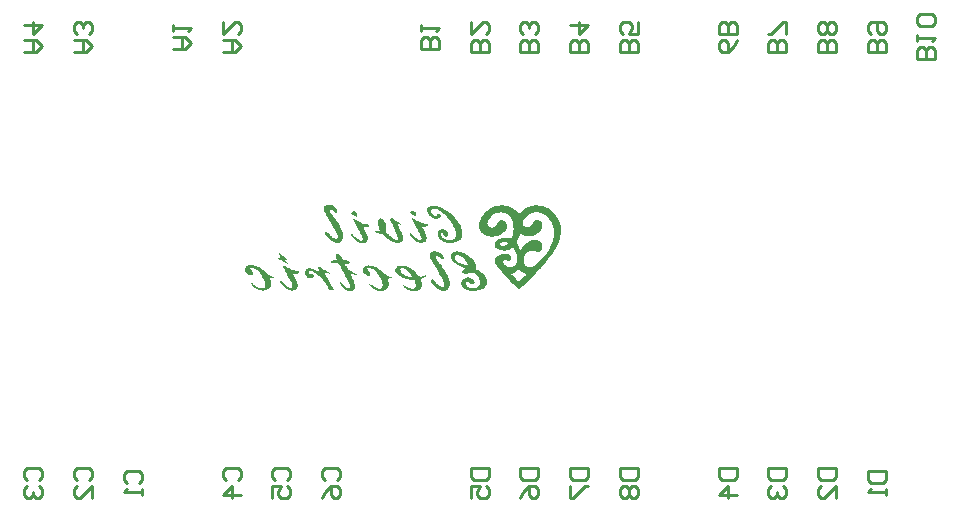
<source format=gbo>
G04*
G04 #@! TF.GenerationSoftware,Altium Limited,Altium Designer,18.1.7 (191)*
G04*
G04 Layer_Color=32896*
%FSLAX44Y44*%
%MOMM*%
G71*
G01*
G75*
%ADD18C,0.2540*%
G36*
X1553154Y1663872D02*
X1554221Y1663626D01*
X1554631Y1663462D01*
X1554959Y1663380D01*
X1555205Y1663216D01*
X1555287D01*
X1556189Y1662724D01*
X1556927Y1662232D01*
X1557583Y1661740D01*
X1558076Y1661166D01*
X1558403Y1660756D01*
X1558650Y1660346D01*
X1558814Y1660100D01*
X1558896Y1660018D01*
X1559142Y1659444D01*
X1559224Y1659034D01*
X1559388Y1658705D01*
Y1658541D01*
Y1658049D01*
X1559224Y1657639D01*
X1558978Y1657311D01*
X1558896Y1657229D01*
X1558650Y1657065D01*
X1558076D01*
X1557829Y1657147D01*
X1557747Y1657229D01*
X1557337Y1657639D01*
X1557009Y1657967D01*
X1556763Y1658131D01*
X1556681Y1658213D01*
X1556271Y1658541D01*
X1555861Y1658787D01*
X1555533Y1658951D01*
X1555451Y1659034D01*
X1555041Y1659279D01*
X1554631Y1659526D01*
X1554303Y1659608D01*
X1554221Y1659690D01*
X1553729Y1659772D01*
X1553401Y1659690D01*
X1553237Y1659608D01*
X1553154Y1659526D01*
X1552990Y1659115D01*
X1552908Y1658787D01*
X1552990Y1658459D01*
Y1658377D01*
X1553237Y1657885D01*
X1553318Y1657721D01*
Y1657639D01*
X1553647Y1657229D01*
X1553729Y1657065D01*
X1553811Y1656983D01*
X1554385Y1656327D01*
X1554877Y1655671D01*
X1555205Y1655261D01*
X1555369Y1655179D01*
Y1655097D01*
X1555943Y1654440D01*
X1556435Y1653784D01*
X1556763Y1653292D01*
X1556927Y1653210D01*
Y1653128D01*
X1557911Y1651734D01*
X1558322Y1651078D01*
X1558732Y1650504D01*
X1559060Y1650012D01*
X1559306Y1649602D01*
X1559470Y1649355D01*
X1559552Y1649274D01*
X1560454Y1647879D01*
X1560864Y1647223D01*
X1561274Y1646649D01*
X1561602Y1646157D01*
X1561848Y1645747D01*
X1561930Y1645501D01*
X1562012Y1645419D01*
X1562586Y1644024D01*
X1562832Y1643368D01*
X1563078Y1642794D01*
X1563242Y1642302D01*
X1563407Y1641892D01*
X1563489Y1641646D01*
Y1641564D01*
X1563817Y1640088D01*
X1563981Y1639431D01*
X1564145Y1638775D01*
X1564227Y1638283D01*
Y1637873D01*
X1564309Y1637627D01*
Y1637545D01*
X1564227Y1637217D01*
Y1636889D01*
Y1636725D01*
Y1636643D01*
X1564145Y1636233D01*
Y1636069D01*
Y1635987D01*
X1563981Y1635167D01*
X1563653Y1634429D01*
X1563242Y1633772D01*
X1562832Y1633198D01*
X1562504Y1632788D01*
X1562176Y1632460D01*
X1561930Y1632296D01*
X1561848Y1632214D01*
X1561028Y1631804D01*
X1560208Y1631640D01*
X1559470Y1631558D01*
X1558732Y1631640D01*
X1558076Y1631722D01*
X1557583Y1631886D01*
X1557255Y1631968D01*
X1557173Y1632050D01*
X1556271Y1632542D01*
X1555451Y1633034D01*
X1554713Y1633526D01*
X1554057Y1633936D01*
X1553565Y1634346D01*
X1553154Y1634675D01*
X1552908Y1634921D01*
X1552826Y1635003D01*
X1551514Y1636315D01*
X1550940Y1636889D01*
X1550366Y1637463D01*
X1549956Y1637955D01*
X1549628Y1638365D01*
X1549382Y1638611D01*
X1549300Y1638693D01*
X1549136Y1638939D01*
X1549054Y1639267D01*
Y1639514D01*
Y1639595D01*
Y1640006D01*
X1549136Y1640334D01*
X1549218Y1640416D01*
X1549300Y1640498D01*
X1549464Y1640662D01*
X1549792Y1640744D01*
X1550530D01*
X1550776Y1640662D01*
X1550940Y1640580D01*
X1551022D01*
X1551514Y1640252D01*
X1551842Y1639924D01*
X1552088Y1639677D01*
X1552170Y1639595D01*
X1552580Y1639185D01*
X1552908Y1638775D01*
X1553154Y1638447D01*
X1553237Y1638365D01*
X1553893Y1637627D01*
X1554549Y1637053D01*
X1554959Y1636643D01*
X1555041Y1636561D01*
X1555123Y1636479D01*
X1555861Y1635905D01*
X1556599Y1635577D01*
X1556845Y1635413D01*
X1557091Y1635331D01*
X1557255Y1635249D01*
X1557337D01*
X1557829Y1635167D01*
X1558158Y1635085D01*
X1558814Y1635167D01*
X1559142Y1635249D01*
X1559306Y1635331D01*
X1559552Y1635577D01*
X1559716Y1635823D01*
X1559798Y1636479D01*
X1559716Y1636971D01*
Y1637135D01*
Y1637217D01*
X1559552Y1637955D01*
X1559388Y1638611D01*
X1559306Y1639021D01*
X1559224Y1639103D01*
Y1639185D01*
X1558978Y1639924D01*
X1558650Y1640498D01*
X1558486Y1640826D01*
X1558403Y1640990D01*
X1557583Y1642384D01*
X1556845Y1643778D01*
X1556107Y1645009D01*
X1555451Y1646157D01*
X1554877Y1647059D01*
X1554467Y1647797D01*
X1554139Y1648289D01*
X1554057Y1648453D01*
X1553237Y1649848D01*
X1552416Y1651242D01*
X1551760Y1652472D01*
X1551104Y1653620D01*
X1550530Y1654605D01*
X1550120Y1655343D01*
X1549874Y1655835D01*
X1549792Y1655999D01*
X1549382Y1656737D01*
X1549054Y1657393D01*
X1548890Y1657885D01*
X1548808Y1657967D01*
Y1658049D01*
X1548479Y1658869D01*
X1548315Y1659608D01*
X1548152Y1660182D01*
Y1660264D01*
Y1660346D01*
X1548069Y1660838D01*
Y1661248D01*
X1548233Y1661986D01*
X1548479Y1662396D01*
X1548562Y1662560D01*
X1549136Y1663134D01*
X1549792Y1663544D01*
X1550366Y1663708D01*
X1550530Y1663790D01*
X1550612D01*
X1551104Y1663954D01*
X1551596Y1664037D01*
X1552006D01*
X1553154Y1663872D01*
D02*
G37*
G36*
X1728834Y1663298D02*
X1730392Y1663134D01*
X1731787Y1662970D01*
X1733017Y1662724D01*
X1734001Y1662396D01*
X1734821Y1662232D01*
X1735313Y1662068D01*
X1735395Y1661986D01*
X1735477D01*
X1736872Y1661412D01*
X1738102Y1660756D01*
X1739332Y1659936D01*
X1740316Y1659198D01*
X1741219Y1658541D01*
X1741793Y1657967D01*
X1742203Y1657557D01*
X1742367Y1657393D01*
X1743269Y1656409D01*
X1744089Y1655425D01*
X1744745Y1654441D01*
X1745401Y1653456D01*
X1746468Y1651570D01*
X1747206Y1649848D01*
X1747780Y1648371D01*
X1747944Y1647797D01*
X1748108Y1647223D01*
X1748190Y1646813D01*
X1748272Y1646485D01*
X1748354Y1646321D01*
Y1646239D01*
X1748518Y1644845D01*
X1748600Y1644189D01*
Y1643532D01*
X1748682Y1643040D01*
Y1642630D01*
Y1642384D01*
Y1642302D01*
X1748600Y1640744D01*
X1748436Y1639185D01*
X1748272Y1637709D01*
X1747944Y1636397D01*
X1747698Y1635331D01*
X1747534Y1634429D01*
X1747452Y1634100D01*
X1747370Y1633854D01*
X1747288Y1633772D01*
Y1633690D01*
X1746796Y1632296D01*
X1746222Y1630984D01*
X1745730Y1629836D01*
X1745155Y1628769D01*
X1744745Y1627867D01*
X1744335Y1627211D01*
X1744089Y1626801D01*
X1744007Y1626637D01*
X1742449Y1624341D01*
X1741711Y1623274D01*
X1741055Y1622290D01*
X1740398Y1621470D01*
X1739988Y1620896D01*
X1739660Y1620486D01*
X1739578Y1620322D01*
X1737774Y1618025D01*
X1735970Y1615729D01*
X1734329Y1613678D01*
X1732771Y1611874D01*
X1732033Y1611054D01*
X1731459Y1610398D01*
X1730884Y1609742D01*
X1730392Y1609167D01*
X1729982Y1608757D01*
X1729736Y1608429D01*
X1729572Y1608265D01*
X1729490Y1608183D01*
X1727522Y1606051D01*
X1725553Y1604000D01*
X1723667Y1602032D01*
X1721945Y1600310D01*
X1721207Y1599572D01*
X1720550Y1598915D01*
X1719894Y1598341D01*
X1719402Y1597849D01*
X1718992Y1597439D01*
X1718664Y1597111D01*
X1718500Y1596947D01*
X1718418Y1596865D01*
X1717516Y1596045D01*
X1716778Y1595307D01*
X1716449Y1595060D01*
X1716203Y1594814D01*
X1716039Y1594733D01*
X1715957Y1594651D01*
X1714973Y1593912D01*
X1714153Y1593256D01*
X1713825Y1593010D01*
X1713579Y1592764D01*
X1713415Y1592682D01*
X1713333Y1592600D01*
X1713005Y1592764D01*
X1712841Y1592846D01*
X1712595Y1593092D01*
X1712513Y1593174D01*
X1711118Y1594404D01*
X1709724Y1595635D01*
X1708494Y1596783D01*
X1707428Y1597849D01*
X1706526Y1598751D01*
X1705787Y1599407D01*
X1705377Y1599899D01*
X1705213Y1600064D01*
X1703901Y1601458D01*
X1702671Y1602770D01*
X1701523Y1604000D01*
X1700456Y1605149D01*
X1699636Y1606133D01*
X1698980Y1606871D01*
X1698570Y1607363D01*
X1698406Y1607445D01*
Y1607527D01*
X1697504Y1608675D01*
X1696684Y1609659D01*
X1696355Y1610070D01*
X1696109Y1610398D01*
X1695945Y1610562D01*
X1695863Y1610644D01*
X1694961Y1611874D01*
X1694141Y1612940D01*
X1693895Y1613350D01*
X1693649Y1613678D01*
X1693567Y1613924D01*
X1693485Y1614006D01*
X1693075Y1614662D01*
X1692829Y1615237D01*
X1692665Y1615811D01*
X1692583Y1616303D01*
Y1616713D01*
Y1617041D01*
X1692665Y1617205D01*
Y1617287D01*
X1692829Y1617861D01*
X1693075Y1618435D01*
X1693731Y1619337D01*
X1694059Y1619666D01*
X1694387Y1619912D01*
X1694551Y1620076D01*
X1694633Y1620158D01*
X1695371Y1620732D01*
X1696027Y1621142D01*
X1696765Y1621470D01*
X1697340Y1621716D01*
X1697914Y1621880D01*
X1698324Y1622044D01*
X1698570Y1622126D01*
X1698652D01*
X1700292Y1622290D01*
X1701112Y1622372D01*
X1701769Y1622290D01*
X1702835D01*
X1703163Y1622208D01*
X1703245D01*
X1703983Y1622044D01*
X1704557Y1621798D01*
X1704967Y1621634D01*
X1705049Y1621552D01*
X1705131D01*
X1705705Y1621142D01*
X1706115Y1620568D01*
X1706362Y1620158D01*
X1706443Y1620076D01*
Y1619994D01*
X1706608Y1619420D01*
X1706690Y1619009D01*
X1706772Y1618681D01*
Y1618517D01*
X1706690Y1618025D01*
X1706526Y1617533D01*
X1706362Y1617205D01*
X1706279Y1617123D01*
X1705869Y1616713D01*
X1705541Y1616549D01*
X1705213Y1616467D01*
X1704639D01*
X1704147Y1616549D01*
X1703819Y1616631D01*
X1703737D01*
X1703327Y1616713D01*
X1702999Y1616795D01*
X1702753Y1616877D01*
X1702671D01*
X1702261Y1616959D01*
X1701851Y1617041D01*
X1701604Y1617123D01*
X1701523D01*
X1700866Y1617041D01*
X1700374Y1616795D01*
X1700128Y1616549D01*
X1700046Y1616467D01*
X1699882Y1615893D01*
Y1615401D01*
Y1614991D01*
X1699964Y1614909D01*
Y1614827D01*
X1700292Y1614252D01*
X1700620Y1613760D01*
X1701523Y1612858D01*
X1702015Y1612530D01*
X1702343Y1612284D01*
X1702589Y1612120D01*
X1702671Y1612038D01*
X1703409Y1611628D01*
X1704147Y1611382D01*
X1704803Y1611218D01*
X1705377Y1611136D01*
X1705869Y1611054D01*
X1706526D01*
X1707264Y1611218D01*
X1707838Y1611382D01*
X1708412Y1611710D01*
X1708904Y1611956D01*
X1709314Y1612202D01*
X1709642Y1612448D01*
X1709806Y1612612D01*
X1709888Y1612694D01*
X1710380Y1613268D01*
X1710708Y1613842D01*
X1711036Y1614334D01*
X1711283Y1614909D01*
X1711447Y1615401D01*
X1711528Y1615729D01*
X1711611Y1615975D01*
Y1616057D01*
X1711693Y1617123D01*
Y1618189D01*
Y1619091D01*
X1711611Y1619994D01*
X1711528Y1620650D01*
X1711364Y1621142D01*
X1711283Y1621552D01*
Y1621634D01*
X1710954Y1622618D01*
X1710626Y1623520D01*
X1710216Y1624341D01*
X1709806Y1625079D01*
X1709478Y1625653D01*
X1709150Y1626145D01*
X1708986Y1626473D01*
X1708904Y1626555D01*
X1708576Y1626965D01*
X1708248Y1627211D01*
X1708002Y1627375D01*
X1707592D01*
X1707182Y1627129D01*
X1706854Y1626965D01*
X1706772Y1626883D01*
X1705787Y1626309D01*
X1704885Y1625817D01*
X1703983Y1625489D01*
X1703163Y1625243D01*
X1702425Y1625161D01*
X1701933Y1625079D01*
X1701523Y1624997D01*
X1700456D01*
X1699472Y1625161D01*
X1698488Y1625325D01*
X1697668Y1625489D01*
X1696930Y1625735D01*
X1696438Y1625899D01*
X1696027Y1625981D01*
X1695945Y1626063D01*
X1695043Y1626555D01*
X1694223Y1627047D01*
X1693731Y1627457D01*
X1693649Y1627621D01*
X1693567D01*
X1693239Y1628031D01*
X1692993Y1628441D01*
X1692665Y1629344D01*
Y1629671D01*
X1692583Y1630000D01*
Y1630164D01*
Y1630246D01*
Y1630820D01*
X1692747Y1631312D01*
X1692993Y1632132D01*
X1693157Y1632378D01*
X1693321Y1632624D01*
X1693403Y1632706D01*
X1693485Y1632788D01*
X1694223Y1633444D01*
X1694879Y1634018D01*
X1695453Y1634346D01*
X1695535Y1634510D01*
X1695617D01*
X1695781Y1634592D01*
X1695863D01*
X1695945Y1634675D01*
X1696027D01*
X1697504Y1635249D01*
X1698242Y1635495D01*
X1698898Y1635659D01*
X1699390Y1635741D01*
X1699882Y1635823D01*
X1700128Y1635905D01*
X1700210D01*
X1701851Y1635987D01*
X1702589Y1635905D01*
X1703245D01*
X1703819Y1635823D01*
X1704229Y1635741D01*
X1704557Y1635659D01*
X1704639D01*
X1705131Y1635577D01*
X1705623Y1635495D01*
X1706608D01*
X1706772Y1635659D01*
X1706936Y1635905D01*
X1707264Y1636479D01*
X1707510Y1637053D01*
X1707592Y1637217D01*
Y1637299D01*
X1707920Y1638447D01*
X1708166Y1639596D01*
X1708330Y1640662D01*
X1708412Y1641646D01*
X1708494Y1642466D01*
X1708576Y1643040D01*
Y1643450D01*
Y1643614D01*
X1708494Y1645911D01*
X1708330Y1646977D01*
X1708166Y1647879D01*
X1708084Y1648699D01*
X1707920Y1649355D01*
X1707838Y1649684D01*
Y1649848D01*
X1707264Y1651324D01*
X1707018Y1651980D01*
X1706690Y1652554D01*
X1706362Y1653046D01*
X1706198Y1653374D01*
X1706033Y1653620D01*
X1705951Y1653702D01*
X1705459Y1654359D01*
X1704885Y1654851D01*
X1704311Y1655343D01*
X1703819Y1655753D01*
X1703327Y1655999D01*
X1702917Y1656245D01*
X1702671Y1656409D01*
X1702589D01*
X1701769Y1656737D01*
X1701030Y1656983D01*
X1699390Y1657229D01*
X1697914Y1657311D01*
X1696519Y1657229D01*
X1695289Y1656983D01*
X1694387Y1656737D01*
X1694059Y1656655D01*
X1693813Y1656573D01*
X1693649Y1656491D01*
X1693567D01*
X1691844Y1655753D01*
X1690450Y1654769D01*
X1689302Y1653784D01*
X1688318Y1652800D01*
X1687662Y1651898D01*
X1687170Y1651160D01*
X1686924Y1650586D01*
X1686841Y1650504D01*
Y1650422D01*
X1686595Y1649848D01*
X1686514Y1649274D01*
X1686431Y1648207D01*
X1686514Y1647797D01*
Y1647469D01*
X1686595Y1647305D01*
Y1647223D01*
X1686759Y1646731D01*
X1687088Y1646239D01*
X1687662Y1645583D01*
X1688154Y1645173D01*
X1688318Y1645009D01*
X1688400D01*
X1688974Y1644763D01*
X1689466Y1644599D01*
X1690450Y1644516D01*
X1690778Y1644599D01*
X1691106D01*
X1691270Y1644681D01*
X1691352D01*
X1691844Y1644927D01*
X1692337Y1645173D01*
X1693157Y1645829D01*
X1693649Y1646403D01*
X1693731Y1646567D01*
X1693813Y1646649D01*
X1694141Y1647141D01*
X1694387Y1647633D01*
X1694633Y1647961D01*
X1694715Y1648043D01*
X1695043Y1648535D01*
X1695289Y1648945D01*
X1695535Y1649274D01*
X1695617Y1649355D01*
X1696273Y1650012D01*
X1696848Y1650504D01*
X1697340Y1650750D01*
X1697422Y1650832D01*
X1697504D01*
X1698242Y1650996D01*
X1698980D01*
X1699308Y1650914D01*
X1699554D01*
X1699718Y1650832D01*
X1699800D01*
X1700702Y1650422D01*
X1701440Y1649930D01*
X1701851Y1649520D01*
X1702015Y1649438D01*
Y1649355D01*
X1702507Y1648535D01*
X1702835Y1647715D01*
X1702917Y1647387D01*
Y1647059D01*
X1702999Y1646895D01*
Y1646813D01*
Y1645829D01*
X1702917Y1645009D01*
X1702835Y1644681D01*
X1702753Y1644435D01*
X1702671Y1644270D01*
Y1644189D01*
X1702261Y1643286D01*
X1701851Y1642548D01*
X1701440Y1641974D01*
X1701277Y1641892D01*
Y1641810D01*
X1700210Y1640744D01*
X1699144Y1639760D01*
X1698078Y1639021D01*
X1697094Y1638447D01*
X1696191Y1638037D01*
X1695535Y1637709D01*
X1695125Y1637545D01*
X1694961Y1637463D01*
X1693649Y1637135D01*
X1692255Y1636971D01*
X1691024Y1636889D01*
X1689794D01*
X1688810Y1636971D01*
X1687990Y1637053D01*
X1687744D01*
X1687498Y1637135D01*
X1687334D01*
X1685775Y1637545D01*
X1684463Y1638201D01*
X1683315Y1638857D01*
X1682413Y1639596D01*
X1681674Y1640334D01*
X1681100Y1640908D01*
X1680772Y1641318D01*
X1680690Y1641482D01*
X1680034Y1642876D01*
X1679624Y1644189D01*
X1679378Y1645501D01*
X1679296Y1646731D01*
X1679378Y1647715D01*
X1679460Y1648535D01*
X1679542Y1648781D01*
Y1649028D01*
X1679624Y1649109D01*
Y1649191D01*
X1679952Y1650258D01*
X1680280Y1651242D01*
X1680690Y1652144D01*
X1681018Y1652882D01*
X1681346Y1653538D01*
X1681674Y1654030D01*
X1681839Y1654359D01*
X1681920Y1654441D01*
X1683151Y1656163D01*
X1683807Y1656901D01*
X1684463Y1657475D01*
X1684955Y1658049D01*
X1685365Y1658459D01*
X1685693Y1658705D01*
X1685775Y1658787D01*
X1686924Y1659690D01*
X1688072Y1660510D01*
X1689220Y1661084D01*
X1690286Y1661658D01*
X1691188Y1661986D01*
X1691844Y1662314D01*
X1692337Y1662396D01*
X1692419Y1662478D01*
X1692501D01*
X1693895Y1662806D01*
X1695207Y1663052D01*
X1696519Y1663134D01*
X1697668Y1663216D01*
X1700128D01*
X1701358Y1663134D01*
X1702507Y1662970D01*
X1703491Y1662724D01*
X1704393Y1662478D01*
X1705213Y1662232D01*
X1705787Y1661986D01*
X1706115Y1661904D01*
X1706279Y1661822D01*
X1707346Y1661330D01*
X1708330Y1660756D01*
X1709150Y1660182D01*
X1709970Y1659526D01*
X1710544Y1659034D01*
X1711036Y1658623D01*
X1711364Y1658295D01*
X1711447Y1658213D01*
X1711775Y1657885D01*
X1712103Y1657557D01*
X1712267Y1657311D01*
X1712349Y1657229D01*
X1712677Y1656901D01*
X1712923Y1656573D01*
X1713087Y1656327D01*
X1713169Y1656245D01*
X1713497Y1656409D01*
X1713661Y1656491D01*
X1713825Y1656573D01*
X1713907D01*
X1714235Y1656983D01*
X1714317Y1657147D01*
X1714399D01*
X1714809Y1657557D01*
X1714891Y1657721D01*
X1714973D01*
X1715957Y1658705D01*
X1716942Y1659526D01*
X1717844Y1660182D01*
X1718664Y1660756D01*
X1719402Y1661248D01*
X1719976Y1661576D01*
X1720304Y1661740D01*
X1720468Y1661822D01*
X1721617Y1662314D01*
X1722765Y1662724D01*
X1723913Y1662970D01*
X1724979Y1663134D01*
X1725881Y1663298D01*
X1726538Y1663380D01*
X1727194D01*
X1728834Y1663298D01*
D02*
G37*
G36*
X1623689Y1658951D02*
X1624181Y1658787D01*
X1624509Y1658623D01*
X1624591Y1658541D01*
X1625165Y1657967D01*
X1625657Y1657393D01*
X1625985Y1656901D01*
X1626067Y1656737D01*
Y1656655D01*
X1626231Y1656245D01*
X1626313Y1655917D01*
X1626395Y1655343D01*
X1626313Y1655015D01*
Y1654933D01*
X1626231Y1654769D01*
X1626067Y1654605D01*
X1625903Y1654523D01*
X1625247D01*
X1624591Y1654851D01*
X1624017Y1655179D01*
X1623607Y1655425D01*
X1623525Y1655507D01*
X1623443D01*
X1622787Y1655917D01*
X1622130Y1656245D01*
X1621720Y1656491D01*
X1621638Y1656573D01*
X1621556D01*
X1621392Y1656655D01*
X1621310Y1656819D01*
X1621228Y1656901D01*
Y1656983D01*
X1621064Y1657311D01*
X1620982Y1657475D01*
X1621228Y1657803D01*
X1621310Y1657967D01*
X1621556Y1658295D01*
X1621638Y1658377D01*
X1621720D01*
X1622294Y1658787D01*
X1622705Y1658951D01*
X1623033Y1659034D01*
X1623197D01*
X1623689Y1658951D01*
D02*
G37*
G36*
X1573823Y1658377D02*
X1573905D01*
X1574397Y1658213D01*
X1574807Y1657967D01*
X1575381Y1657393D01*
X1575791Y1656901D01*
X1575873Y1656737D01*
Y1656655D01*
X1576037Y1656163D01*
X1576201Y1655671D01*
X1576283Y1654769D01*
Y1654359D01*
X1576201Y1654030D01*
Y1653866D01*
Y1653784D01*
X1575217Y1654113D01*
X1574397Y1654440D01*
X1574069Y1654523D01*
X1573823Y1654687D01*
X1573741Y1654769D01*
X1573659D01*
X1572838Y1655343D01*
X1572182Y1655753D01*
X1571690Y1656081D01*
X1571608Y1656245D01*
X1571526D01*
X1571444Y1656327D01*
X1571362Y1656491D01*
Y1656655D01*
Y1656737D01*
Y1657229D01*
X1571444Y1657311D01*
Y1657393D01*
X1571772Y1657803D01*
X1572100Y1658049D01*
X1572346Y1658213D01*
X1572510Y1658295D01*
X1573085Y1658377D01*
X1573495Y1658459D01*
X1573823Y1658377D01*
D02*
G37*
G36*
X1572838Y1652226D02*
X1573002Y1652062D01*
X1573167Y1651980D01*
X1573495Y1651898D01*
X1573577Y1651816D01*
X1573659D01*
X1575709Y1650750D01*
X1576693Y1650258D01*
X1577513Y1649766D01*
X1578252Y1649355D01*
X1578744Y1649027D01*
X1579072Y1648863D01*
X1579236Y1648781D01*
X1580302Y1648289D01*
X1581368Y1647879D01*
X1582352Y1647633D01*
X1583337Y1647387D01*
X1584157Y1647305D01*
X1584731Y1647223D01*
X1585305D01*
X1585715Y1647141D01*
X1585961Y1646977D01*
X1586125Y1646813D01*
Y1646731D01*
X1586207Y1646403D01*
X1586125Y1646157D01*
X1586043Y1645993D01*
Y1645911D01*
X1585469Y1645419D01*
X1585305Y1645255D01*
X1585223Y1645173D01*
X1584649Y1644845D01*
X1584403Y1644681D01*
X1584321D01*
X1583911Y1644599D01*
X1583091D01*
X1582598Y1644681D01*
X1581614D01*
X1581860Y1644024D01*
X1582106Y1643532D01*
X1582270Y1643204D01*
X1582352Y1643040D01*
X1582598Y1642548D01*
X1582845Y1642056D01*
X1582926Y1641728D01*
X1583009Y1641646D01*
X1583419Y1640826D01*
X1583747Y1640088D01*
X1583993Y1639514D01*
X1584075Y1639431D01*
Y1639350D01*
X1584485Y1638529D01*
X1584731Y1637791D01*
X1584895Y1637217D01*
X1584977Y1637135D01*
Y1637053D01*
X1585141Y1636069D01*
X1585223Y1635167D01*
X1585059Y1634429D01*
X1584895Y1633772D01*
X1584649Y1633198D01*
X1584403Y1632870D01*
X1584239Y1632624D01*
X1584157Y1632542D01*
X1583501Y1631968D01*
X1582845Y1631640D01*
X1582106Y1631394D01*
X1581368Y1631230D01*
X1579728D01*
X1579400Y1631312D01*
X1579072Y1631394D01*
X1578826Y1631476D01*
X1578744D01*
X1578416Y1631640D01*
X1578087Y1631722D01*
X1577841Y1631886D01*
X1577760D01*
X1576447Y1632706D01*
X1575873Y1633116D01*
X1575299Y1633526D01*
X1574889Y1633854D01*
X1574561Y1634100D01*
X1574397Y1634264D01*
X1574315Y1634346D01*
X1573248Y1635413D01*
X1572428Y1636397D01*
X1572100Y1636807D01*
X1571854Y1637135D01*
X1571690Y1637381D01*
X1571608Y1637463D01*
X1571198Y1638037D01*
X1571116Y1638201D01*
Y1638283D01*
Y1638693D01*
X1571198Y1639103D01*
X1571362Y1639431D01*
X1571444Y1639595D01*
X1572018Y1639103D01*
X1572182Y1639021D01*
X1572264Y1638939D01*
X1572756Y1638529D01*
X1572921Y1638365D01*
X1573002Y1638283D01*
X1573823Y1637545D01*
X1574561Y1636889D01*
X1575053Y1636397D01*
X1575135Y1636315D01*
X1575217Y1636233D01*
X1576037Y1635577D01*
X1576693Y1634921D01*
X1577267Y1634510D01*
X1577349Y1634429D01*
X1577431Y1634346D01*
X1577841Y1634018D01*
X1578334Y1633772D01*
X1578580Y1633608D01*
X1578744Y1633526D01*
X1578990Y1633444D01*
X1579236Y1633362D01*
X1579728Y1633444D01*
X1580138Y1633608D01*
X1580220Y1633690D01*
X1580302D01*
X1580630Y1634018D01*
X1580794Y1634429D01*
X1580876Y1634675D01*
Y1634839D01*
Y1635495D01*
X1580712Y1636069D01*
X1580548Y1636561D01*
X1580466Y1636643D01*
Y1636725D01*
X1580302Y1637217D01*
X1580056Y1637627D01*
X1579974Y1637873D01*
X1579892Y1637955D01*
X1579728Y1638447D01*
X1579482Y1638857D01*
X1579400Y1639103D01*
X1579318Y1639185D01*
X1578744Y1640252D01*
X1578252Y1641236D01*
X1578087Y1641564D01*
X1577923Y1641892D01*
X1577760Y1642056D01*
Y1642138D01*
X1577185Y1643204D01*
X1576693Y1644189D01*
X1576447Y1644516D01*
X1576365Y1644845D01*
X1576201Y1645009D01*
Y1645091D01*
X1575545Y1646321D01*
X1574971Y1647469D01*
X1574725Y1647879D01*
X1574561Y1648207D01*
X1574397Y1648453D01*
Y1648535D01*
X1573741Y1649930D01*
X1573413Y1650504D01*
X1573085Y1651078D01*
X1572838Y1651570D01*
X1572674Y1651980D01*
X1572592Y1652226D01*
X1572510Y1652308D01*
X1572838Y1652226D01*
D02*
G37*
G36*
X1642553Y1662724D02*
X1642881Y1662642D01*
X1643127D01*
X1643291Y1662560D01*
X1643373D01*
X1645915Y1661740D01*
X1648212Y1660756D01*
X1650344Y1659772D01*
X1652148Y1658787D01*
X1652887Y1658295D01*
X1653625Y1657803D01*
X1654199Y1657475D01*
X1654691Y1657065D01*
X1655101Y1656819D01*
X1655429Y1656573D01*
X1655593Y1656491D01*
X1655675Y1656409D01*
X1657562Y1654769D01*
X1659202Y1652964D01*
X1660596Y1651242D01*
X1661826Y1649520D01*
X1662811Y1647961D01*
X1663139Y1647305D01*
X1663467Y1646731D01*
X1663713Y1646321D01*
X1663877Y1645993D01*
X1664041Y1645747D01*
Y1645665D01*
X1664451Y1644516D01*
X1664861Y1643532D01*
X1665025Y1642466D01*
X1665189Y1641564D01*
X1665271Y1639842D01*
X1665189Y1638365D01*
X1664943Y1637135D01*
X1664779Y1636725D01*
X1664615Y1636315D01*
X1664533Y1635987D01*
X1664369Y1635741D01*
X1664287Y1635659D01*
Y1635577D01*
X1663713Y1634839D01*
X1663139Y1634264D01*
X1661745Y1633280D01*
X1660186Y1632542D01*
X1658710Y1632050D01*
X1657316Y1631722D01*
X1656659Y1631640D01*
X1656167Y1631558D01*
X1655757Y1631476D01*
X1655101D01*
X1654363Y1631558D01*
X1653707Y1631640D01*
X1653215Y1631722D01*
X1653051D01*
X1652312Y1631804D01*
X1651656Y1631968D01*
X1651246Y1632050D01*
X1651082Y1632132D01*
X1649524Y1632706D01*
X1648868Y1633034D01*
X1648294Y1633362D01*
X1647802Y1633608D01*
X1647392Y1633854D01*
X1647146Y1633936D01*
X1647063Y1634018D01*
X1646489Y1634510D01*
X1645915Y1635085D01*
X1645505Y1635577D01*
X1645177Y1636151D01*
X1644849Y1636643D01*
X1644685Y1637053D01*
X1644521Y1637381D01*
Y1637463D01*
X1644275Y1638365D01*
Y1639103D01*
Y1639431D01*
Y1639677D01*
Y1639760D01*
Y1639842D01*
X1644357Y1640252D01*
X1644521Y1640662D01*
X1644849Y1641318D01*
X1645259Y1641728D01*
X1645341Y1641892D01*
X1645423D01*
X1645833Y1642220D01*
X1646161Y1642548D01*
X1646899Y1642876D01*
X1647392Y1643122D01*
X1648540D01*
X1649360Y1642958D01*
X1649688D01*
X1649934Y1642876D01*
X1650098Y1642794D01*
X1650180D01*
X1651082Y1642384D01*
X1651738Y1641974D01*
X1652231Y1641728D01*
X1652312Y1641564D01*
X1652395D01*
X1652969Y1640908D01*
X1653297Y1640170D01*
X1653379Y1639842D01*
Y1639595D01*
X1653461Y1639431D01*
Y1639350D01*
Y1638611D01*
X1653379Y1638119D01*
X1653297Y1637791D01*
X1653215Y1637709D01*
X1652887Y1637299D01*
X1652477Y1637053D01*
X1652148Y1636889D01*
X1651985D01*
X1651328Y1636807D01*
X1650836D01*
X1650508Y1636889D01*
X1650426Y1636971D01*
X1650016Y1637299D01*
X1649688Y1637709D01*
X1649524Y1638037D01*
X1649442Y1638201D01*
X1649196Y1638693D01*
X1649114Y1638857D01*
Y1638939D01*
X1648950Y1639431D01*
X1648786Y1639514D01*
Y1639595D01*
X1648622Y1639760D01*
X1648458Y1639842D01*
X1648294Y1639924D01*
X1648212D01*
X1647966Y1640006D01*
X1647802D01*
X1647638Y1639924D01*
X1647474Y1639842D01*
X1647310Y1639677D01*
X1647227Y1639595D01*
Y1639514D01*
X1647146Y1639267D01*
Y1639021D01*
Y1638939D01*
Y1638857D01*
X1647227Y1638365D01*
X1647310Y1638201D01*
Y1638119D01*
X1647556Y1637627D01*
X1647638Y1637463D01*
Y1637381D01*
X1648130Y1636643D01*
X1648704Y1636069D01*
X1649360Y1635495D01*
X1650016Y1635085D01*
X1650590Y1634756D01*
X1651082Y1634510D01*
X1651410Y1634429D01*
X1651492Y1634346D01*
X1652477Y1634018D01*
X1653379Y1633854D01*
X1654199Y1633772D01*
X1654855D01*
X1655511Y1633854D01*
X1655921Y1633936D01*
X1656249Y1634018D01*
X1656331D01*
X1657398Y1634510D01*
X1658136Y1635003D01*
X1658628Y1635413D01*
X1658710Y1635495D01*
X1658792Y1635577D01*
X1659284Y1636561D01*
X1659612Y1637463D01*
X1659694Y1637873D01*
X1659776Y1638201D01*
Y1638365D01*
Y1638447D01*
Y1639595D01*
X1659694Y1640662D01*
X1659612Y1640990D01*
Y1641318D01*
X1659530Y1641482D01*
Y1641564D01*
X1659202Y1642630D01*
X1658874Y1643532D01*
X1658710Y1643942D01*
X1658546Y1644189D01*
X1658464Y1644353D01*
Y1644435D01*
X1657398Y1646403D01*
X1656906Y1647305D01*
X1656413Y1648043D01*
X1656003Y1648699D01*
X1655675Y1649274D01*
X1655511Y1649602D01*
X1655429Y1649684D01*
X1654117Y1651488D01*
X1653461Y1652308D01*
X1652887Y1653046D01*
X1652312Y1653620D01*
X1651902Y1654030D01*
X1651656Y1654359D01*
X1651574Y1654440D01*
X1650262Y1655753D01*
X1649688Y1656327D01*
X1649114Y1656819D01*
X1648622Y1657229D01*
X1648212Y1657557D01*
X1647966Y1657721D01*
X1647884Y1657803D01*
X1646407Y1658787D01*
X1645669Y1659198D01*
X1644931Y1659526D01*
X1644357Y1659854D01*
X1643947Y1660018D01*
X1643619Y1660182D01*
X1643537D01*
X1643045Y1660346D01*
X1642553Y1660428D01*
X1642224Y1660510D01*
X1642142D01*
X1641568Y1660592D01*
X1641158Y1660674D01*
X1640666D01*
X1640174Y1660592D01*
X1639764Y1660510D01*
X1639518Y1660346D01*
X1639436Y1660264D01*
X1639108Y1659854D01*
X1638944Y1659444D01*
X1638862Y1659115D01*
Y1659034D01*
Y1658951D01*
Y1658459D01*
X1638944Y1657967D01*
X1639272Y1657065D01*
X1639518Y1656655D01*
X1639682Y1656409D01*
X1639764Y1656245D01*
X1639846Y1656163D01*
X1640256Y1655671D01*
X1640666Y1655261D01*
X1641076Y1654933D01*
X1641486Y1654769D01*
X1641814Y1654605D01*
X1642061Y1654523D01*
X1642224Y1654440D01*
X1643373D01*
X1643701Y1654605D01*
X1643865Y1654933D01*
X1643947Y1655261D01*
Y1655425D01*
X1644029Y1655753D01*
X1644111Y1655917D01*
X1644275Y1656245D01*
X1644521Y1656327D01*
X1645423D01*
X1645669Y1656245D01*
X1645751D01*
X1646161Y1656081D01*
X1646489Y1655753D01*
X1646653Y1655507D01*
X1646735Y1655425D01*
X1646899Y1654933D01*
X1646817Y1654523D01*
Y1654194D01*
X1646735Y1654113D01*
X1646243Y1653456D01*
X1645833Y1652964D01*
X1645505Y1652636D01*
X1645341Y1652554D01*
X1644685Y1652226D01*
X1644029Y1652062D01*
X1643455Y1651980D01*
X1643291D01*
X1642142Y1652062D01*
X1641076Y1652308D01*
X1640174Y1652636D01*
X1639354Y1653128D01*
X1638698Y1653538D01*
X1638288Y1653948D01*
X1637960Y1654194D01*
X1637878Y1654276D01*
X1637139Y1655179D01*
X1636565Y1655999D01*
X1636073Y1656737D01*
X1635745Y1657393D01*
X1635499Y1657967D01*
X1635335Y1658459D01*
X1635253Y1658705D01*
Y1658787D01*
X1635171Y1659279D01*
Y1659690D01*
X1635335Y1660428D01*
X1635581Y1660920D01*
X1635663Y1661002D01*
Y1661084D01*
X1636237Y1661740D01*
X1636893Y1662150D01*
X1637467Y1662314D01*
X1637632Y1662396D01*
X1637714D01*
X1638780Y1662560D01*
X1639682Y1662642D01*
X1640010D01*
X1640338Y1662724D01*
X1640584D01*
X1641650Y1662806D01*
X1642553Y1662724D01*
D02*
G37*
G36*
X1622951Y1652554D02*
X1623443Y1652308D01*
X1623853Y1652144D01*
X1623935Y1652062D01*
X1624427Y1651816D01*
X1624837Y1651570D01*
X1625165Y1651406D01*
X1625247Y1651324D01*
X1626969Y1650422D01*
X1627708Y1650012D01*
X1628446Y1649684D01*
X1629020Y1649355D01*
X1629512Y1649109D01*
X1629840Y1649027D01*
X1629922Y1648945D01*
X1630824Y1648535D01*
X1631644Y1648289D01*
X1632547Y1648043D01*
X1633285Y1647961D01*
X1634023Y1647879D01*
X1634515Y1647797D01*
X1635007D01*
X1635417Y1647715D01*
X1635745Y1647469D01*
X1635909Y1647223D01*
Y1647141D01*
X1635991Y1646731D01*
X1635827Y1646321D01*
X1635663Y1646075D01*
X1635581Y1645993D01*
X1635007Y1645665D01*
X1634761Y1645583D01*
X1634679Y1645501D01*
X1634269Y1645337D01*
X1633941Y1645255D01*
X1633695Y1645173D01*
X1633613D01*
X1633285Y1645091D01*
X1631316D01*
X1631808Y1644189D01*
X1632137Y1643450D01*
X1632464Y1642958D01*
X1632547Y1642876D01*
Y1642794D01*
X1632957Y1641974D01*
X1633285Y1641318D01*
X1633531Y1640826D01*
X1633613Y1640744D01*
Y1640662D01*
X1633859Y1639924D01*
X1634105Y1639267D01*
X1634269Y1638775D01*
X1634351Y1638693D01*
Y1638611D01*
X1634597Y1637873D01*
X1634761Y1637217D01*
X1634925Y1636725D01*
Y1636643D01*
Y1636561D01*
Y1635495D01*
X1634843Y1634675D01*
X1634761Y1634346D01*
X1634679Y1634100D01*
X1634597Y1633936D01*
Y1633854D01*
X1634023Y1633116D01*
X1633449Y1632624D01*
X1632957Y1632296D01*
X1632875Y1632214D01*
X1632793D01*
X1631890Y1631968D01*
X1631152Y1631804D01*
X1630824Y1631722D01*
X1630332D01*
X1629430Y1631804D01*
X1628692Y1631968D01*
X1628364Y1632050D01*
X1628118Y1632132D01*
X1628036Y1632214D01*
X1627954D01*
X1627133Y1632624D01*
X1626395Y1633116D01*
X1625821Y1633526D01*
X1625247Y1633936D01*
X1624755Y1634264D01*
X1624427Y1634592D01*
X1624263Y1634756D01*
X1624181Y1634839D01*
X1622951Y1636069D01*
X1621966Y1637217D01*
X1621556Y1637627D01*
X1621310Y1638037D01*
X1621146Y1638283D01*
X1621064Y1638365D01*
X1620818Y1638857D01*
X1620736Y1639021D01*
Y1639103D01*
X1620818Y1639431D01*
X1620982Y1639760D01*
X1621228Y1640006D01*
X1621310Y1640088D01*
X1621884Y1639595D01*
X1622048Y1639431D01*
X1622130Y1639350D01*
X1622705Y1638857D01*
X1622869Y1638693D01*
X1622951Y1638611D01*
X1623689Y1637955D01*
X1624345Y1637299D01*
X1624837Y1636889D01*
X1624919Y1636807D01*
X1625001Y1636725D01*
X1625821Y1636069D01*
X1626477Y1635495D01*
X1626969Y1635085D01*
X1627051Y1634921D01*
X1627133D01*
X1627625Y1634592D01*
X1628036Y1634346D01*
X1628364Y1634182D01*
X1628446Y1634100D01*
X1628692Y1634018D01*
X1629020Y1633936D01*
X1629512Y1634018D01*
X1629922Y1634100D01*
X1630004Y1634182D01*
X1630086D01*
X1630414Y1634510D01*
X1630578Y1634921D01*
X1630660Y1635249D01*
Y1635331D01*
X1630578Y1635987D01*
X1630414Y1636643D01*
X1630250Y1637135D01*
X1630168Y1637217D01*
Y1637299D01*
X1630004Y1637791D01*
X1629758Y1638201D01*
X1629676Y1638447D01*
X1629594Y1638529D01*
X1629430Y1639021D01*
X1629184Y1639431D01*
X1629102Y1639677D01*
X1629020Y1639760D01*
X1628446Y1640908D01*
X1627872Y1641892D01*
X1627708Y1642220D01*
X1627543Y1642548D01*
X1627379Y1642712D01*
Y1642794D01*
X1626805Y1643860D01*
X1626313Y1644845D01*
X1626067Y1645173D01*
X1625985Y1645501D01*
X1625821Y1645665D01*
Y1645747D01*
X1625165Y1646977D01*
X1624673Y1648125D01*
X1624427Y1648535D01*
X1624345Y1648863D01*
X1624181Y1649109D01*
Y1649191D01*
X1623525Y1650504D01*
X1622869Y1651652D01*
X1622623Y1652144D01*
X1622458Y1652554D01*
X1622377Y1652800D01*
X1622294Y1652882D01*
X1622951Y1652554D01*
D02*
G37*
G36*
X1605973Y1652472D02*
X1606137Y1652390D01*
X1606219D01*
X1607531Y1651570D01*
X1608598Y1650750D01*
X1609090Y1650504D01*
X1609418Y1650258D01*
X1609664Y1650094D01*
X1609746Y1650012D01*
X1610976Y1649191D01*
X1612124Y1648371D01*
X1612534Y1648125D01*
X1612863Y1647879D01*
X1613109Y1647715D01*
X1613191Y1647633D01*
Y1647551D01*
Y1647469D01*
Y1647223D01*
Y1647141D01*
Y1647059D01*
X1612780Y1647141D01*
X1612370D01*
X1612042Y1647223D01*
X1611468D01*
X1610976Y1647305D01*
X1610484D01*
X1610648Y1646895D01*
X1610812Y1646567D01*
X1610894Y1646403D01*
X1610976Y1646321D01*
X1611222Y1645829D01*
X1611304Y1645665D01*
X1611386Y1645583D01*
X1611878Y1644516D01*
X1612370Y1643614D01*
X1612534Y1643204D01*
X1612699Y1642958D01*
X1612780Y1642794D01*
Y1642712D01*
X1613273Y1641646D01*
X1613765Y1640744D01*
X1613929Y1640416D01*
X1614093Y1640088D01*
X1614175Y1639924D01*
Y1639842D01*
X1614503Y1639021D01*
X1614749Y1638365D01*
X1614913Y1637791D01*
X1614995Y1637709D01*
Y1637627D01*
X1615077Y1636807D01*
X1615159Y1636069D01*
X1615077Y1635495D01*
Y1635413D01*
Y1635331D01*
X1614913Y1634346D01*
X1614667Y1633608D01*
X1614421Y1633198D01*
X1614339Y1633034D01*
X1614093Y1632788D01*
X1613847Y1632542D01*
X1613191Y1632214D01*
X1612616Y1632050D01*
X1612453Y1631968D01*
X1612370D01*
X1611304Y1631804D01*
X1610320Y1631722D01*
X1609418D01*
X1608598Y1631804D01*
X1607942Y1631886D01*
X1607449Y1632050D01*
X1607121Y1632132D01*
X1607039D01*
X1606137Y1632460D01*
X1605235Y1632870D01*
X1604497Y1633280D01*
X1603759Y1633690D01*
X1603267Y1634100D01*
X1602775Y1634429D01*
X1602529Y1634675D01*
X1602446Y1634756D01*
X1601708Y1635331D01*
X1601052Y1635905D01*
X1600642Y1636397D01*
X1600560Y1636479D01*
X1600478Y1636561D01*
X1599822Y1637299D01*
X1599248Y1637955D01*
X1598838Y1638447D01*
X1598674Y1638529D01*
Y1638611D01*
X1598264Y1639021D01*
X1597935Y1639267D01*
X1597690Y1639350D01*
X1597608Y1639431D01*
X1597115Y1639514D01*
X1596623Y1639595D01*
X1596295Y1639514D01*
X1596131D01*
X1595557Y1639431D01*
X1595065D01*
X1594245Y1639514D01*
X1593917Y1639595D01*
X1593671Y1639677D01*
X1593507Y1639760D01*
X1593425D01*
X1592522Y1640334D01*
X1591866Y1640908D01*
X1591374Y1641400D01*
X1591292Y1641564D01*
X1591210Y1641646D01*
X1592030Y1641810D01*
X1592769D01*
X1593261Y1641728D01*
X1593343Y1641646D01*
X1593425D01*
X1593835Y1641564D01*
X1594245D01*
X1594901Y1641728D01*
X1595393Y1641974D01*
X1595475Y1642138D01*
X1595557D01*
X1595311Y1642794D01*
X1595065Y1643368D01*
X1594983Y1643778D01*
X1594901Y1643942D01*
X1594655Y1644599D01*
X1594491Y1645091D01*
X1594327Y1645501D01*
Y1645665D01*
X1594163Y1646321D01*
X1593999Y1646813D01*
X1593917Y1647223D01*
Y1647387D01*
X1593835Y1648043D01*
X1593753Y1648617D01*
Y1649027D01*
Y1649191D01*
Y1649848D01*
X1593835Y1650422D01*
X1593917Y1650750D01*
Y1650914D01*
X1594245Y1651406D01*
X1594655Y1651816D01*
X1594983Y1652062D01*
X1595065Y1652144D01*
X1595147D01*
X1595721Y1652308D01*
X1596213D01*
X1596541Y1652226D01*
X1596705Y1652144D01*
X1597197Y1651898D01*
X1597608Y1651652D01*
X1597935Y1651406D01*
X1598018Y1651324D01*
X1598674Y1650750D01*
X1599248Y1650094D01*
X1599740Y1649520D01*
X1600068Y1648945D01*
X1600314Y1648453D01*
X1600478Y1648043D01*
X1600560Y1647797D01*
Y1647715D01*
X1600724Y1646977D01*
Y1646239D01*
Y1645501D01*
Y1644845D01*
X1600642Y1644270D01*
X1600560Y1643860D01*
X1600478Y1643532D01*
Y1643450D01*
X1600396Y1642958D01*
X1600314Y1642466D01*
Y1642138D01*
Y1642056D01*
X1600396Y1641646D01*
X1600560Y1641236D01*
X1600724Y1640908D01*
X1600806Y1640826D01*
X1602036Y1639350D01*
X1602693Y1638693D01*
X1603267Y1638119D01*
X1603759Y1637709D01*
X1604169Y1637381D01*
X1604415Y1637135D01*
X1604497Y1637053D01*
X1606055Y1635905D01*
X1606793Y1635331D01*
X1607449Y1634921D01*
X1607942Y1634510D01*
X1608352Y1634182D01*
X1608680Y1634018D01*
X1608762Y1633936D01*
X1608844Y1633854D01*
X1608926D01*
X1609008Y1633772D01*
X1609500Y1633690D01*
X1609910Y1633772D01*
X1610156Y1633854D01*
X1610238Y1633936D01*
X1610566Y1634264D01*
X1610730Y1634675D01*
Y1635003D01*
Y1635167D01*
X1610648Y1635577D01*
Y1635741D01*
Y1635823D01*
X1610566Y1636397D01*
X1610484Y1636561D01*
Y1636643D01*
X1610074Y1637709D01*
X1609664Y1638529D01*
X1609582Y1638939D01*
X1609418Y1639185D01*
X1609336Y1639350D01*
Y1639431D01*
X1608926Y1640498D01*
X1608516Y1641400D01*
X1608352Y1641810D01*
X1608188Y1642056D01*
X1608106Y1642220D01*
Y1642302D01*
X1607367Y1643860D01*
X1607039Y1644599D01*
X1606711Y1645173D01*
X1606465Y1645747D01*
X1606301Y1646157D01*
X1606219Y1646403D01*
X1606137Y1646485D01*
X1605399Y1648043D01*
X1605071Y1648781D01*
X1604825Y1649438D01*
X1604579Y1649930D01*
X1604415Y1650422D01*
X1604251Y1650668D01*
Y1650750D01*
Y1651324D01*
Y1651488D01*
Y1651570D01*
X1604333Y1651898D01*
X1604415Y1652144D01*
X1604497Y1652308D01*
X1604579D01*
X1604825Y1652472D01*
X1605071Y1652554D01*
X1605727D01*
X1605973Y1652472D01*
D02*
G37*
G36*
X1643045Y1624422D02*
X1644111Y1624258D01*
X1644521Y1624094D01*
X1644849Y1624012D01*
X1645013Y1623930D01*
X1645095D01*
X1646079Y1623356D01*
X1646899Y1622782D01*
X1647227Y1622454D01*
X1647474Y1622290D01*
X1647638Y1622126D01*
X1647720Y1622044D01*
X1648048Y1621634D01*
X1648294Y1621306D01*
X1648458Y1621060D01*
X1648540Y1620978D01*
X1648786Y1620568D01*
X1649032Y1620158D01*
X1649114Y1619830D01*
X1649196Y1619747D01*
X1649360Y1619337D01*
X1649442Y1618927D01*
Y1618599D01*
Y1618517D01*
X1649360Y1618107D01*
X1649114Y1617779D01*
X1648868Y1617615D01*
X1648786Y1617533D01*
X1648540D01*
X1648212Y1617615D01*
X1647966Y1617697D01*
X1647884Y1617779D01*
X1647474Y1617943D01*
X1647146Y1618189D01*
X1646982Y1618271D01*
X1646899Y1618353D01*
X1646489Y1618681D01*
X1646325Y1618763D01*
Y1618845D01*
X1645915Y1619255D01*
X1645833Y1619419D01*
X1645751D01*
X1645259Y1619747D01*
X1645095Y1619830D01*
X1645013D01*
X1644439Y1620076D01*
X1644275Y1620158D01*
X1644193D01*
X1643701Y1620240D01*
X1643373Y1620158D01*
X1643209Y1620076D01*
X1643127Y1619994D01*
X1642881Y1619666D01*
Y1619255D01*
Y1619009D01*
Y1618845D01*
X1643127Y1618271D01*
X1643209Y1618107D01*
X1643291Y1618025D01*
X1643619Y1617533D01*
X1643701Y1617369D01*
X1643783Y1617287D01*
X1644357Y1616549D01*
X1644849Y1615975D01*
X1645177Y1615483D01*
X1645341Y1615401D01*
Y1615319D01*
X1645833Y1614662D01*
X1646325Y1614006D01*
X1646653Y1613596D01*
X1646735Y1613514D01*
Y1613432D01*
X1647720Y1611956D01*
X1648212Y1611218D01*
X1648622Y1610644D01*
X1649032Y1610070D01*
X1649278Y1609659D01*
X1649442Y1609413D01*
X1649524Y1609331D01*
X1650508Y1607855D01*
X1651000Y1607199D01*
X1651328Y1606543D01*
X1651656Y1606051D01*
X1651902Y1605559D01*
X1652066Y1605313D01*
X1652148Y1605231D01*
X1652887Y1603836D01*
X1653133Y1603098D01*
X1653379Y1602524D01*
X1653543Y1601950D01*
X1653707Y1601540D01*
X1653789Y1601294D01*
Y1601212D01*
X1654199Y1599736D01*
X1654363Y1598997D01*
X1654445Y1598423D01*
X1654527Y1597849D01*
X1654609Y1597439D01*
X1654691Y1597193D01*
Y1597111D01*
X1654527Y1595881D01*
X1654281Y1594814D01*
X1653871Y1593830D01*
X1653461Y1593092D01*
X1652969Y1592518D01*
X1652641Y1592026D01*
X1652312Y1591780D01*
X1652231Y1591698D01*
X1651738Y1591370D01*
X1651246Y1591206D01*
X1650180Y1590960D01*
X1649196D01*
X1648212Y1591124D01*
X1647310Y1591370D01*
X1646653Y1591616D01*
X1646161Y1591862D01*
X1645997Y1591944D01*
X1644603Y1592846D01*
X1643947Y1593256D01*
X1643455Y1593666D01*
X1643045Y1594076D01*
X1642635Y1594322D01*
X1642471Y1594486D01*
X1642388Y1594568D01*
X1641158Y1595799D01*
X1640092Y1596865D01*
X1639682Y1597275D01*
X1639354Y1597603D01*
X1639190Y1597849D01*
X1639108Y1597931D01*
X1638862Y1598341D01*
X1638616Y1598669D01*
X1638534Y1598915D01*
X1638452Y1598997D01*
Y1599407D01*
X1638616Y1599818D01*
X1638780Y1600063D01*
X1638862Y1600146D01*
X1639272Y1600474D01*
X1639682Y1600556D01*
X1640092D01*
X1640584Y1600392D01*
X1640912Y1600146D01*
X1641240Y1599982D01*
X1641322Y1599899D01*
X1641650Y1599489D01*
X1641978Y1599161D01*
X1642224Y1598915D01*
X1642307Y1598833D01*
X1642717Y1598423D01*
X1643045Y1598095D01*
X1643209Y1597849D01*
X1643291Y1597767D01*
X1644029Y1597029D01*
X1644603Y1596373D01*
X1645095Y1595963D01*
X1645177Y1595881D01*
X1645259Y1595799D01*
X1645997Y1595224D01*
X1646735Y1594814D01*
X1647063Y1594732D01*
X1647310Y1594650D01*
X1647474Y1594568D01*
X1647556D01*
X1648376Y1594486D01*
X1648950D01*
X1649278Y1594568D01*
X1649360Y1594650D01*
X1649688Y1595143D01*
X1649852Y1595635D01*
Y1596127D01*
Y1596209D01*
Y1596291D01*
X1649688Y1597029D01*
X1649606Y1597685D01*
X1649442Y1598177D01*
Y1598259D01*
Y1598341D01*
X1649196Y1599079D01*
X1648868Y1599653D01*
X1648704Y1600063D01*
X1648622Y1600228D01*
X1647802Y1601704D01*
X1647063Y1603098D01*
X1646325Y1604410D01*
X1645669Y1605559D01*
X1645095Y1606543D01*
X1644685Y1607363D01*
X1644357Y1607855D01*
X1644275Y1607937D01*
Y1608019D01*
X1643455Y1609495D01*
X1642635Y1610890D01*
X1641814Y1612120D01*
X1641158Y1613350D01*
X1640584Y1614334D01*
X1640174Y1615073D01*
X1639846Y1615565D01*
X1639764Y1615647D01*
Y1615729D01*
X1639436Y1616385D01*
X1639108Y1616959D01*
X1638862Y1617369D01*
X1638780Y1617533D01*
X1638452Y1618189D01*
X1638206Y1618845D01*
X1638042Y1619255D01*
X1637960Y1619337D01*
Y1619419D01*
X1637714Y1620240D01*
X1637632Y1620978D01*
X1637714Y1621634D01*
X1637796Y1622208D01*
X1637960Y1622618D01*
X1638124Y1622946D01*
X1638206Y1623110D01*
X1638288Y1623192D01*
X1638780Y1623684D01*
X1639272Y1624012D01*
X1639928Y1624258D01*
X1640502Y1624422D01*
X1640994Y1624505D01*
X1641486Y1624586D01*
X1641896D01*
X1643045Y1624422D01*
D02*
G37*
G36*
X1511080Y1622372D02*
X1511736Y1621880D01*
X1512310Y1621388D01*
X1512802Y1621060D01*
X1513212Y1620814D01*
X1513458Y1620650D01*
X1513540Y1620568D01*
X1514935Y1619583D01*
X1515591Y1619091D01*
X1516165Y1618681D01*
X1516575Y1618271D01*
X1516985Y1618025D01*
X1517231Y1617861D01*
X1517313Y1617779D01*
X1516821Y1617615D01*
X1516493Y1617533D01*
X1516247Y1617451D01*
X1516165D01*
X1515755Y1617369D01*
X1515427Y1617205D01*
X1515181Y1617123D01*
X1515099D01*
X1515591Y1616467D01*
X1516001Y1615975D01*
X1516329Y1615647D01*
X1516411Y1615483D01*
X1516903Y1614908D01*
X1517231Y1614416D01*
X1517559Y1614088D01*
X1517641Y1614006D01*
X1517559Y1613924D01*
X1517477D01*
X1517395Y1613842D01*
Y1613760D01*
X1515837Y1614580D01*
X1515181Y1614991D01*
X1514525Y1615401D01*
X1514033Y1615729D01*
X1513540Y1615893D01*
X1513294Y1616057D01*
X1513212Y1616139D01*
X1511654Y1617041D01*
X1510916Y1617451D01*
X1510260Y1617861D01*
X1509686Y1618189D01*
X1509276Y1618435D01*
X1508947Y1618599D01*
X1508866Y1618681D01*
X1509440Y1618763D01*
X1509850Y1618845D01*
X1510096Y1618927D01*
X1510178D01*
X1510588Y1619009D01*
X1510916Y1619091D01*
X1511244Y1619173D01*
X1511326D01*
X1510998Y1619911D01*
X1510670Y1620568D01*
X1510506Y1621060D01*
X1510424Y1621142D01*
Y1621224D01*
X1510096Y1621962D01*
X1509850Y1622700D01*
X1509686Y1623274D01*
X1509604Y1623356D01*
Y1623438D01*
X1511080Y1622372D01*
D02*
G37*
G36*
X1544953Y1611464D02*
X1545035Y1611382D01*
X1545281Y1611136D01*
X1545363Y1611054D01*
X1546593Y1609906D01*
X1547741Y1609003D01*
X1548152Y1608675D01*
X1548562Y1608429D01*
X1548808Y1608347D01*
X1548890Y1608265D01*
X1550284Y1607527D01*
X1550940Y1607199D01*
X1551514Y1606953D01*
X1552006Y1606625D01*
X1552416Y1606461D01*
X1552662Y1606379D01*
X1552744Y1606297D01*
X1553073Y1606133D01*
X1553154Y1606051D01*
X1553401Y1605887D01*
X1553483Y1605805D01*
X1553401Y1605723D01*
Y1605641D01*
Y1605559D01*
Y1605477D01*
X1552498Y1605723D01*
X1551760Y1605887D01*
X1551432Y1605969D01*
X1551186Y1606051D01*
X1551022D01*
X1550120Y1606297D01*
X1549218Y1606543D01*
X1548890Y1606625D01*
X1548562D01*
X1548398Y1606707D01*
X1548315D01*
X1549218Y1605231D01*
X1549956Y1603836D01*
X1550694Y1602524D01*
X1551350Y1601376D01*
X1551924Y1600392D01*
X1552334Y1599653D01*
X1552580Y1599161D01*
X1552662Y1599079D01*
Y1598997D01*
X1553401Y1597603D01*
X1554139Y1596209D01*
X1554795Y1594978D01*
X1555369Y1593830D01*
X1555861Y1592846D01*
X1556189Y1592108D01*
X1556435Y1591616D01*
X1556517Y1591534D01*
Y1591452D01*
X1555533Y1591370D01*
X1554139D01*
X1553647Y1591452D01*
X1553318Y1591534D01*
X1553073D01*
X1552908Y1591616D01*
X1552580Y1591780D01*
X1552252Y1592108D01*
X1551678Y1592928D01*
X1551514Y1593338D01*
X1551350Y1593666D01*
X1551186Y1593912D01*
Y1593994D01*
X1550448Y1595553D01*
X1549710Y1596947D01*
X1548890Y1598177D01*
X1548152Y1599243D01*
X1547495Y1600146D01*
X1546921Y1600802D01*
X1546593Y1601212D01*
X1546429Y1601376D01*
X1545281Y1602524D01*
X1544133Y1603508D01*
X1543066Y1604410D01*
X1542000Y1605231D01*
X1541098Y1605969D01*
X1540442Y1606461D01*
X1539950Y1606789D01*
X1539786Y1606871D01*
X1539376Y1607117D01*
X1538966Y1607281D01*
X1538638Y1607445D01*
X1538555D01*
X1538063Y1607609D01*
X1537653Y1607773D01*
X1537325Y1607937D01*
X1537243D01*
X1536915Y1608019D01*
X1536587D01*
X1536341Y1607937D01*
X1536259D01*
X1535931Y1607773D01*
X1535685Y1607527D01*
X1535603Y1607281D01*
X1535521Y1607199D01*
X1535357Y1606707D01*
Y1606461D01*
Y1606379D01*
Y1606051D01*
X1535439Y1605805D01*
X1535521Y1605641D01*
Y1605559D01*
X1535685Y1605231D01*
X1535931Y1605067D01*
X1536177D01*
X1536751Y1605149D01*
X1536997Y1605231D01*
X1537817D01*
X1538474Y1605149D01*
X1538802Y1605067D01*
X1538966Y1604984D01*
X1539376Y1604657D01*
X1539622Y1604328D01*
X1539704Y1604000D01*
Y1603918D01*
X1539622Y1603262D01*
X1539458Y1602770D01*
X1539212Y1602442D01*
X1539130Y1602360D01*
X1538555Y1601950D01*
X1537981Y1601704D01*
X1537571Y1601540D01*
X1536587D01*
X1536095Y1601622D01*
X1535931Y1601704D01*
X1535849D01*
X1535275Y1601950D01*
X1534783Y1602196D01*
X1533963Y1602852D01*
X1533634Y1603098D01*
X1533389Y1603344D01*
X1533306Y1603508D01*
X1533224Y1603590D01*
X1532896Y1604082D01*
X1532568Y1604574D01*
X1532240Y1605559D01*
X1532158Y1605887D01*
X1532076Y1606215D01*
Y1606379D01*
Y1606461D01*
X1532158Y1607445D01*
X1532322Y1608101D01*
X1532568Y1608593D01*
X1532650Y1608757D01*
X1533224Y1609331D01*
X1533881Y1609659D01*
X1534455Y1609823D01*
X1534619Y1609906D01*
X1534701D01*
X1535275Y1609987D01*
X1536833D01*
X1537325Y1609906D01*
X1537653Y1609823D01*
X1537817D01*
X1539048Y1609413D01*
X1540114Y1609003D01*
X1540606Y1608839D01*
X1540934Y1608675D01*
X1541098Y1608593D01*
X1541180D01*
X1542328Y1608101D01*
X1543394Y1607609D01*
X1543805Y1607445D01*
X1544133Y1607281D01*
X1544379Y1607199D01*
X1544461D01*
X1544215Y1607773D01*
X1543969Y1608265D01*
X1543887Y1608593D01*
X1543805Y1608675D01*
X1543559Y1609249D01*
X1543313Y1609659D01*
X1543230Y1609987D01*
X1543148Y1610152D01*
Y1610562D01*
Y1610726D01*
Y1610808D01*
X1543230Y1611054D01*
X1543313Y1611218D01*
X1543394Y1611382D01*
X1543559Y1611464D01*
X1543723Y1611546D01*
X1544625D01*
X1544953Y1611464D01*
D02*
G37*
G36*
X1559962Y1622126D02*
X1560044D01*
X1560372Y1622044D01*
X1560618Y1621880D01*
X1560782Y1621798D01*
X1560864Y1621716D01*
X1561356Y1621306D01*
X1561438Y1621224D01*
X1561520Y1621142D01*
X1561930Y1620650D01*
X1562258Y1620240D01*
X1562422Y1619911D01*
X1562504Y1619830D01*
X1562914Y1619255D01*
X1563161Y1618845D01*
X1563324Y1618517D01*
X1563407Y1618353D01*
X1563817Y1617779D01*
X1564145Y1617369D01*
X1564391Y1617123D01*
X1564473Y1617041D01*
X1564965Y1616877D01*
X1565539Y1616795D01*
X1565949Y1616713D01*
X1567179D01*
X1567507Y1616631D01*
X1567671D01*
X1568246Y1616467D01*
X1568738Y1616303D01*
X1569066Y1616221D01*
X1569230Y1616139D01*
X1569476Y1616057D01*
X1569558Y1615811D01*
X1569722Y1615647D01*
Y1615565D01*
X1570050Y1614991D01*
X1570132Y1614827D01*
Y1614745D01*
X1569722Y1614498D01*
X1569640Y1614416D01*
X1569558D01*
X1569066Y1614252D01*
X1568984Y1614170D01*
X1568902D01*
X1568327Y1614088D01*
X1567917D01*
X1567589Y1614006D01*
X1566113D01*
X1565621Y1613924D01*
X1565457D01*
X1566195Y1613022D01*
X1566769Y1612284D01*
X1567097Y1611710D01*
X1567261Y1611628D01*
Y1611546D01*
X1567835Y1610726D01*
X1568327Y1610152D01*
X1568656Y1609742D01*
X1568820Y1609577D01*
X1569476Y1608921D01*
X1570132Y1608429D01*
X1570624Y1608101D01*
X1570706Y1607937D01*
X1570788D01*
X1571526Y1607445D01*
X1572100Y1606953D01*
X1572592Y1606625D01*
X1572674Y1606543D01*
X1572756D01*
X1573495Y1606133D01*
X1574151Y1605805D01*
X1574725Y1605559D01*
X1574807Y1605477D01*
X1574889D01*
X1575709Y1605149D01*
X1576365Y1604821D01*
X1576857Y1604574D01*
X1576939Y1604492D01*
X1577021D01*
X1576939Y1604328D01*
Y1604246D01*
X1576857Y1604164D01*
X1576775Y1604082D01*
X1575709Y1604328D01*
X1574725Y1604574D01*
X1574315Y1604657D01*
X1573987Y1604738D01*
X1573823Y1604821D01*
X1573741D01*
X1572592Y1605067D01*
X1571608Y1605395D01*
X1571198Y1605477D01*
X1570870Y1605559D01*
X1570624Y1605641D01*
X1570542D01*
X1571116Y1604328D01*
X1571444Y1603672D01*
X1571690Y1603180D01*
X1571854Y1602770D01*
X1572018Y1602442D01*
X1572182Y1602196D01*
Y1602114D01*
X1572674Y1600802D01*
X1573085Y1599736D01*
X1573248Y1599243D01*
X1573413Y1598915D01*
X1573495Y1598669D01*
Y1598587D01*
X1573741Y1597767D01*
X1573905Y1597111D01*
X1574069Y1596619D01*
Y1596537D01*
Y1596455D01*
X1574151Y1595635D01*
X1574233Y1594897D01*
Y1594322D01*
Y1594240D01*
Y1594158D01*
Y1593666D01*
X1574069Y1593174D01*
X1573741Y1592354D01*
X1573495Y1592026D01*
X1573331Y1591780D01*
X1573248Y1591698D01*
X1573167Y1591616D01*
X1572756Y1591288D01*
X1572346Y1591124D01*
X1571608Y1590796D01*
X1571280D01*
X1571034Y1590714D01*
X1570460D01*
X1569640Y1590796D01*
X1568902Y1590960D01*
X1568327Y1591042D01*
X1568246Y1591124D01*
X1568163D01*
X1567343Y1591452D01*
X1566687Y1591862D01*
X1566195Y1592108D01*
X1566113Y1592272D01*
X1566031D01*
X1565047Y1593092D01*
X1564309Y1593912D01*
X1563981Y1594240D01*
X1563735Y1594404D01*
X1563653Y1594568D01*
X1563571Y1594650D01*
X1562832Y1595717D01*
X1562258Y1596619D01*
X1562094Y1597029D01*
X1561930Y1597357D01*
X1561766Y1597521D01*
Y1597603D01*
X1561602Y1598095D01*
X1561520Y1598177D01*
Y1598259D01*
X1561438Y1598751D01*
X1561356Y1598833D01*
Y1598915D01*
X1561520Y1598997D01*
X1561602Y1599079D01*
X1561684Y1599161D01*
X1561766D01*
X1562340Y1598505D01*
X1562832Y1597931D01*
X1563161Y1597521D01*
X1563324Y1597439D01*
Y1597357D01*
X1563981Y1596701D01*
X1564555Y1596127D01*
X1564883Y1595717D01*
X1565047Y1595553D01*
X1565539Y1595060D01*
X1565949Y1594732D01*
X1566277Y1594404D01*
X1566441Y1594322D01*
X1566933Y1593912D01*
X1567425Y1593666D01*
X1567753Y1593502D01*
X1567917Y1593420D01*
X1568246Y1593256D01*
X1568574Y1593174D01*
X1569148D01*
X1569476Y1593256D01*
X1569640Y1593338D01*
X1569886Y1593502D01*
X1570050Y1593748D01*
X1570214Y1594240D01*
Y1594732D01*
Y1594814D01*
Y1594897D01*
X1570132Y1595471D01*
X1569968Y1595881D01*
X1569886Y1596209D01*
X1569804Y1596373D01*
X1569558Y1596947D01*
X1569394Y1597357D01*
X1569230Y1597685D01*
X1569148Y1597849D01*
X1568410Y1599407D01*
X1568082Y1600146D01*
X1567753Y1600720D01*
X1567507Y1601294D01*
X1567261Y1601704D01*
X1567179Y1601950D01*
X1567097Y1602032D01*
X1566277Y1603508D01*
X1565949Y1604246D01*
X1565621Y1604821D01*
X1565375Y1605395D01*
X1565129Y1605805D01*
X1565047Y1606051D01*
X1564965Y1606133D01*
X1564309Y1607363D01*
X1563735Y1608347D01*
X1563571Y1608757D01*
X1563407Y1609085D01*
X1563242Y1609249D01*
Y1609331D01*
X1562586Y1610562D01*
X1562094Y1611628D01*
X1561848Y1612038D01*
X1561766Y1612366D01*
X1561602Y1612530D01*
Y1612612D01*
X1561274Y1613186D01*
X1560946Y1613596D01*
X1560700Y1613842D01*
X1560618Y1613924D01*
X1560044Y1614170D01*
X1559552Y1614252D01*
X1558978D01*
X1558403Y1614170D01*
X1557501D01*
X1556927Y1614252D01*
X1555943D01*
X1555451Y1614334D01*
X1555123Y1614416D01*
X1554877Y1614498D01*
X1554795D01*
X1554467Y1614745D01*
X1554303Y1615155D01*
X1554221Y1615401D01*
Y1615565D01*
X1554303Y1616057D01*
X1554549Y1616303D01*
X1554713Y1616467D01*
X1554795Y1616549D01*
X1555205Y1616631D01*
X1555533Y1616713D01*
X1555779Y1616795D01*
X1555861D01*
X1556435Y1616877D01*
X1556927D01*
X1557255Y1616959D01*
X1557419D01*
X1557993Y1617041D01*
X1558568D01*
X1558978Y1617123D01*
X1559142D01*
X1558978Y1617533D01*
X1558814Y1617779D01*
X1558732Y1617943D01*
Y1618025D01*
X1558568Y1618517D01*
X1558486Y1618599D01*
Y1618681D01*
X1558239Y1619173D01*
X1558158Y1619337D01*
Y1619419D01*
X1557993Y1619911D01*
X1557911Y1620076D01*
Y1620158D01*
Y1620896D01*
X1558076Y1621470D01*
X1558322Y1621798D01*
X1558403Y1621880D01*
X1558650Y1622044D01*
X1558896Y1622126D01*
X1559470Y1622208D01*
X1559880D01*
X1559962Y1622126D01*
D02*
G37*
G36*
X1660760Y1624340D02*
X1662155Y1624176D01*
X1663549Y1623930D01*
X1664779Y1623602D01*
X1665763Y1623274D01*
X1666665Y1622946D01*
X1667322Y1622618D01*
X1667732Y1622454D01*
X1667896Y1622372D01*
X1669044Y1621716D01*
X1670192Y1620978D01*
X1671176Y1620240D01*
X1672079Y1619583D01*
X1672817Y1618927D01*
X1673391Y1618435D01*
X1673719Y1618107D01*
X1673883Y1618025D01*
X1674457Y1617369D01*
X1674949Y1616713D01*
X1675277Y1616221D01*
X1675359Y1616057D01*
Y1615975D01*
X1675851Y1615155D01*
X1676179Y1614417D01*
X1676507Y1613842D01*
X1676590Y1613760D01*
Y1613678D01*
X1676671Y1613268D01*
X1676754Y1612776D01*
Y1612530D01*
Y1612366D01*
Y1611874D01*
Y1611464D01*
X1676671Y1611136D01*
Y1611054D01*
X1676507Y1610398D01*
Y1609906D01*
X1676590Y1609577D01*
X1676671Y1609496D01*
X1677000Y1609249D01*
X1677410Y1609003D01*
X1677738Y1608839D01*
X1677820Y1608757D01*
X1677902D01*
X1679050Y1608265D01*
X1680034Y1607691D01*
X1680444Y1607445D01*
X1680772Y1607281D01*
X1680936Y1607199D01*
X1681018Y1607117D01*
X1682085Y1606379D01*
X1682905Y1605641D01*
X1683233Y1605313D01*
X1683397Y1605067D01*
X1683561Y1604902D01*
X1683643Y1604821D01*
X1684217Y1604164D01*
X1684709Y1603426D01*
X1685037Y1602770D01*
X1685365Y1602032D01*
X1685775Y1600720D01*
X1685939Y1599572D01*
Y1598505D01*
Y1597767D01*
X1685857Y1597439D01*
X1685775Y1597193D01*
Y1597111D01*
Y1597029D01*
X1685529Y1596291D01*
X1685201Y1595717D01*
X1684299Y1594568D01*
X1683315Y1593666D01*
X1682331Y1592928D01*
X1681346Y1592436D01*
X1680526Y1592026D01*
X1680198Y1591944D01*
X1679952Y1591862D01*
X1679870Y1591780D01*
X1679788D01*
X1679050Y1591534D01*
X1678394Y1591452D01*
X1677902Y1591288D01*
X1677738D01*
X1677000Y1591124D01*
X1676425Y1591042D01*
X1676015Y1590960D01*
X1675851Y1590960D01*
X1674785Y1590878D01*
X1673883Y1590960D01*
X1672981D01*
X1672161Y1591042D01*
X1671504Y1591206D01*
X1671012Y1591288D01*
X1670684Y1591370D01*
X1670602D01*
X1669700Y1591698D01*
X1668880Y1592026D01*
X1668060Y1592436D01*
X1667404Y1592846D01*
X1666830Y1593174D01*
X1666419Y1593502D01*
X1666173Y1593666D01*
X1666091Y1593748D01*
X1665435Y1594404D01*
X1664943Y1595060D01*
X1664615Y1595717D01*
X1664451Y1596291D01*
X1664369Y1596783D01*
X1664287Y1597275D01*
Y1597521D01*
Y1597603D01*
X1664451Y1598423D01*
X1664697Y1599161D01*
X1665107Y1599818D01*
X1665517Y1600310D01*
X1665845Y1600720D01*
X1666173Y1601048D01*
X1666419Y1601212D01*
X1666501Y1601294D01*
X1667240Y1601704D01*
X1667978Y1601950D01*
X1668634Y1602196D01*
X1669290Y1602278D01*
X1669864Y1602360D01*
X1670684D01*
X1671504Y1602196D01*
X1672243Y1601950D01*
X1672899Y1601704D01*
X1673473Y1601376D01*
X1673883Y1601048D01*
X1674293Y1600802D01*
X1674457Y1600638D01*
X1674539Y1600556D01*
X1674867Y1600228D01*
X1675113Y1599818D01*
X1675441Y1599243D01*
X1675605Y1598751D01*
Y1598669D01*
Y1598587D01*
Y1598259D01*
Y1597931D01*
X1675359Y1597439D01*
X1675113Y1597029D01*
X1675031Y1596947D01*
X1674457Y1596619D01*
X1673965Y1596455D01*
X1673555Y1596373D01*
X1673391D01*
X1672653Y1596537D01*
X1672079Y1596865D01*
X1671669Y1597111D01*
X1671504Y1597275D01*
X1671176Y1597685D01*
X1671012Y1597849D01*
Y1597931D01*
X1670602Y1598341D01*
X1670520Y1598423D01*
X1670438D01*
X1670028Y1598505D01*
X1669700Y1598587D01*
X1669454Y1598669D01*
X1668798D01*
X1668634Y1598587D01*
X1668552D01*
X1668306Y1598341D01*
X1668142Y1598095D01*
X1668060Y1597849D01*
Y1597767D01*
Y1597357D01*
Y1597029D01*
X1668142Y1596865D01*
Y1596783D01*
X1668306Y1596291D01*
X1668552Y1595963D01*
X1668716Y1595635D01*
X1668798Y1595553D01*
X1669126Y1595143D01*
X1669454Y1594814D01*
X1669700Y1594568D01*
X1669782Y1594486D01*
X1670684Y1593994D01*
X1671586Y1593666D01*
X1671915Y1593584D01*
X1672161D01*
X1672325Y1593502D01*
X1672407D01*
X1673473Y1593338D01*
X1675277D01*
X1676097Y1593420D01*
X1676835Y1593666D01*
X1677492Y1593912D01*
X1677984Y1594158D01*
X1678394Y1594486D01*
X1678722Y1594733D01*
X1678886Y1594897D01*
X1678968Y1594978D01*
X1679378Y1595635D01*
X1679706Y1596291D01*
X1679952Y1596947D01*
X1680034Y1597603D01*
X1680116Y1598177D01*
Y1598587D01*
Y1598915D01*
Y1598997D01*
X1679870Y1600392D01*
X1679624Y1600966D01*
X1679460Y1601458D01*
X1679296Y1601868D01*
X1679132Y1602196D01*
X1678968Y1602360D01*
Y1602442D01*
X1678230Y1603508D01*
X1677410Y1604410D01*
X1677164Y1604738D01*
X1676918Y1604984D01*
X1676754Y1605067D01*
X1676671Y1605149D01*
X1675769Y1605805D01*
X1674949Y1606215D01*
X1674703Y1606379D01*
X1674457Y1606461D01*
X1674293Y1606543D01*
X1674211D01*
X1673719Y1606625D01*
X1673227D01*
X1672243Y1606461D01*
X1671832Y1606379D01*
X1671504Y1606297D01*
X1671340Y1606133D01*
X1671258D01*
X1670356Y1605723D01*
X1669536Y1605559D01*
X1669208Y1605477D01*
X1667732D01*
X1666911Y1605641D01*
X1666665Y1605723D01*
X1666419Y1605805D01*
X1666255Y1605887D01*
X1666173D01*
X1665763Y1606051D01*
X1665517Y1606297D01*
X1665107Y1606707D01*
X1664861Y1607035D01*
Y1607199D01*
Y1607527D01*
X1664943Y1607773D01*
X1665353Y1608347D01*
X1665681Y1608675D01*
X1665763Y1608839D01*
X1665845D01*
X1666419Y1609167D01*
X1666583Y1609331D01*
X1666665D01*
X1667076Y1609577D01*
X1667486Y1609742D01*
X1667732Y1609906D01*
X1667896Y1609987D01*
X1667404Y1610234D01*
X1666994Y1610398D01*
X1666747Y1610562D01*
X1666665D01*
X1666091Y1610890D01*
X1665845Y1610972D01*
X1665763D01*
X1664615Y1611546D01*
X1663549Y1612038D01*
X1663139Y1612284D01*
X1662811Y1612366D01*
X1662647Y1612530D01*
X1662565D01*
X1661416Y1613104D01*
X1660350Y1613678D01*
X1660022Y1613924D01*
X1659694Y1614088D01*
X1659530Y1614170D01*
X1659448Y1614252D01*
X1658792Y1614662D01*
X1658218Y1615155D01*
X1657808Y1615483D01*
X1657644Y1615647D01*
X1657070Y1616303D01*
X1656577Y1616959D01*
X1656331Y1617369D01*
X1656249Y1617451D01*
Y1617533D01*
X1655839Y1618517D01*
X1655675Y1619419D01*
X1655593Y1620240D01*
Y1620896D01*
X1655675Y1621470D01*
X1655757Y1621880D01*
X1655839Y1622126D01*
Y1622208D01*
X1656249Y1622864D01*
X1656906Y1623356D01*
X1657562Y1623766D01*
X1658300Y1624012D01*
X1658956Y1624258D01*
X1659530Y1624340D01*
X1659940Y1624422D01*
X1660678D01*
X1660760Y1624340D01*
D02*
G37*
G36*
X1513540Y1612448D02*
X1514033Y1612366D01*
X1514361Y1612284D01*
X1514443Y1612202D01*
X1514853Y1612038D01*
X1515263Y1611792D01*
X1515509Y1611710D01*
X1515591Y1611628D01*
X1517395Y1610644D01*
X1518215Y1610234D01*
X1518954Y1609906D01*
X1519528Y1609577D01*
X1520020Y1609331D01*
X1520348Y1609167D01*
X1520430Y1609085D01*
X1521332Y1608675D01*
X1522234Y1608429D01*
X1523136Y1608183D01*
X1523957Y1608019D01*
X1524613D01*
X1525187Y1607937D01*
X1525925D01*
X1526089Y1607855D01*
X1526253Y1607773D01*
X1526335Y1607691D01*
X1526499Y1607527D01*
X1526663Y1607363D01*
X1526745Y1607281D01*
Y1607199D01*
Y1606953D01*
Y1606707D01*
X1526663Y1606543D01*
Y1606461D01*
X1526499Y1605969D01*
X1526335Y1605887D01*
Y1605805D01*
X1526007Y1605641D01*
X1525679Y1605477D01*
X1525433Y1605395D01*
X1525351Y1605313D01*
X1524941Y1605231D01*
X1524531Y1605148D01*
X1524285Y1605067D01*
X1524203D01*
X1523875Y1604984D01*
X1521988D01*
X1522480Y1604082D01*
X1522808Y1603344D01*
X1522972Y1603016D01*
X1523136Y1602770D01*
X1523218Y1602688D01*
Y1602606D01*
X1523710Y1601704D01*
X1524039Y1600966D01*
X1524203Y1600638D01*
X1524367Y1600392D01*
X1524449Y1600310D01*
Y1600228D01*
X1524859Y1599243D01*
X1525187Y1598423D01*
X1525351Y1598095D01*
X1525433Y1597849D01*
X1525515Y1597685D01*
Y1597603D01*
X1525679Y1596619D01*
X1525761Y1595717D01*
Y1595307D01*
X1525679Y1594978D01*
Y1594814D01*
Y1594732D01*
X1525433Y1593830D01*
X1525105Y1593174D01*
X1524859Y1592682D01*
X1524695Y1592600D01*
Y1592518D01*
X1524039Y1591944D01*
X1523300Y1591616D01*
X1522890Y1591534D01*
X1522644Y1591452D01*
X1522480Y1591370D01*
X1522398D01*
X1521824Y1591288D01*
X1521332Y1591206D01*
X1520840D01*
X1520266Y1591288D01*
X1519856Y1591370D01*
X1519528Y1591452D01*
X1519364D01*
X1518379Y1591862D01*
X1517477Y1592272D01*
X1516657Y1592764D01*
X1516001Y1593174D01*
X1515427Y1593584D01*
X1515017Y1593912D01*
X1514771Y1594076D01*
X1514689Y1594158D01*
X1513376Y1595553D01*
X1512720Y1596291D01*
X1512228Y1596865D01*
X1511818Y1597439D01*
X1511408Y1597849D01*
X1511244Y1598177D01*
X1511162Y1598259D01*
X1511080Y1598669D01*
Y1598751D01*
Y1598833D01*
X1511162Y1599325D01*
Y1599407D01*
Y1599489D01*
X1511572Y1599407D01*
X1511818D01*
X1512064Y1599325D01*
X1512228Y1599243D01*
X1512392Y1599161D01*
X1512884Y1598751D01*
X1513212Y1598341D01*
X1513540Y1598013D01*
X1513622Y1597931D01*
X1514033Y1597521D01*
X1514443Y1597111D01*
X1514771Y1596865D01*
X1514853Y1596783D01*
X1515591Y1596209D01*
X1516165Y1595635D01*
X1516657Y1595307D01*
X1516739Y1595143D01*
X1516821D01*
X1517477Y1594568D01*
X1518133Y1594076D01*
X1518625Y1593748D01*
X1518707Y1593666D01*
X1518790D01*
X1519200Y1593502D01*
X1519528Y1593420D01*
X1520102D01*
X1520430Y1593502D01*
X1520594Y1593584D01*
X1521004Y1594076D01*
X1521168Y1594650D01*
X1521250Y1595143D01*
Y1595224D01*
Y1595307D01*
X1521168Y1595717D01*
X1521086Y1596127D01*
X1521004Y1596373D01*
Y1596455D01*
X1520840Y1596783D01*
X1520758Y1597111D01*
X1520594Y1597357D01*
Y1597439D01*
X1519856Y1598915D01*
X1519528Y1599653D01*
X1519200Y1600228D01*
X1518954Y1600802D01*
X1518707Y1601212D01*
X1518625Y1601458D01*
X1518544Y1601540D01*
X1517723Y1603016D01*
X1517395Y1603672D01*
X1517067Y1604246D01*
X1516821Y1604738D01*
X1516575Y1605148D01*
X1516493Y1605395D01*
X1516411Y1605477D01*
X1515755Y1606789D01*
X1515181Y1607855D01*
X1515017Y1608347D01*
X1514853Y1608675D01*
X1514689Y1608921D01*
Y1609003D01*
X1514033Y1610316D01*
X1513458Y1611382D01*
X1513294Y1611874D01*
X1513130Y1612202D01*
X1512966Y1612448D01*
Y1612530D01*
X1513540Y1612448D01*
D02*
G37*
G36*
X1488197Y1612612D02*
X1488443D01*
X1488689Y1612530D01*
X1488936D01*
X1489920Y1612366D01*
X1490822Y1612120D01*
X1491560Y1611874D01*
X1492298Y1611546D01*
X1492872Y1611300D01*
X1493282Y1611054D01*
X1493610Y1610890D01*
X1493692Y1610808D01*
X1495251Y1609659D01*
X1495989Y1609085D01*
X1496563Y1608593D01*
X1497055Y1608183D01*
X1497465Y1607855D01*
X1497711Y1607609D01*
X1497793Y1607527D01*
X1498696Y1606707D01*
X1499434Y1605969D01*
X1499762Y1605641D01*
X1500008Y1605395D01*
X1500090Y1605313D01*
X1500172Y1605231D01*
X1501156Y1604492D01*
X1502058Y1604000D01*
X1502386Y1603836D01*
X1502714Y1603672D01*
X1502878Y1603590D01*
X1502960D01*
X1503534Y1603344D01*
X1503945Y1603262D01*
X1504273Y1603098D01*
X1504437D01*
X1504929Y1602934D01*
X1505339Y1602770D01*
X1505667Y1602688D01*
X1505831Y1602606D01*
Y1602442D01*
Y1602360D01*
Y1602196D01*
Y1602114D01*
X1505257Y1602032D01*
X1504683Y1601950D01*
X1504355Y1601868D01*
X1504191D01*
X1503534Y1601786D01*
X1502960Y1601704D01*
X1502632Y1601622D01*
X1502468D01*
X1502632Y1600884D01*
X1502714Y1600228D01*
X1502796Y1599818D01*
X1502878Y1599735D01*
Y1599653D01*
X1503042Y1598997D01*
X1503124Y1598423D01*
X1503206Y1598013D01*
Y1597931D01*
Y1597849D01*
Y1597029D01*
X1503124Y1596209D01*
X1502960Y1595471D01*
X1502796Y1594897D01*
X1502632Y1594404D01*
X1502386Y1594076D01*
X1502304Y1593830D01*
X1502222Y1593748D01*
X1501730Y1593256D01*
X1501156Y1592764D01*
X1500008Y1592108D01*
X1499516Y1591862D01*
X1499106Y1591698D01*
X1498860Y1591534D01*
X1498777D01*
X1497465Y1591288D01*
X1496071Y1591206D01*
X1494841Y1591370D01*
X1493692Y1591616D01*
X1492708Y1591944D01*
X1491888Y1592190D01*
X1491396Y1592436D01*
X1491314Y1592518D01*
X1491232D01*
X1489920Y1593256D01*
X1488771Y1594158D01*
X1487869Y1595143D01*
X1487213Y1596045D01*
X1486721Y1596947D01*
X1486393Y1597603D01*
X1486229Y1598095D01*
X1486147Y1598177D01*
Y1598259D01*
X1486967Y1597685D01*
X1487623Y1597193D01*
X1488033Y1596865D01*
X1488115Y1596701D01*
X1488197D01*
X1488853Y1596127D01*
X1489428Y1595717D01*
X1489838Y1595389D01*
X1489920Y1595307D01*
X1490002D01*
X1490740Y1594897D01*
X1491396Y1594486D01*
X1491888Y1594158D01*
X1491970Y1594076D01*
X1492052D01*
X1492872Y1593748D01*
X1493528Y1593502D01*
X1494102Y1593420D01*
X1494185Y1593338D01*
X1494267D01*
X1495005Y1593256D01*
X1495661Y1593174D01*
X1496235Y1593256D01*
X1496645Y1593338D01*
X1496973Y1593502D01*
X1497301Y1593584D01*
X1497383Y1593748D01*
X1497465D01*
X1497793Y1594158D01*
X1497957Y1594732D01*
X1498203Y1595799D01*
Y1596291D01*
Y1596701D01*
Y1596947D01*
Y1597029D01*
X1497875Y1598423D01*
X1497711Y1599079D01*
X1497465Y1599653D01*
X1497301Y1600063D01*
X1497219Y1600392D01*
X1497055Y1600638D01*
Y1600720D01*
X1496399Y1601950D01*
X1495825Y1603016D01*
X1495579Y1603508D01*
X1495415Y1603836D01*
X1495333Y1604000D01*
X1495251Y1604082D01*
X1494595Y1605148D01*
X1494021Y1605969D01*
X1493775Y1606297D01*
X1493610Y1606543D01*
X1493528Y1606707D01*
X1493446Y1606789D01*
X1492626Y1607691D01*
X1491806Y1608429D01*
X1491396Y1608675D01*
X1491150Y1608839D01*
X1490986Y1609003D01*
X1490904D01*
X1490166Y1609331D01*
X1489510Y1609659D01*
X1489099Y1609823D01*
X1489017Y1609906D01*
X1488936D01*
X1488115Y1610234D01*
X1487459Y1610398D01*
X1486967Y1610562D01*
X1486885Y1610644D01*
X1486311D01*
X1486147Y1610562D01*
X1486065D01*
X1485573Y1610398D01*
X1485409Y1610316D01*
X1485327D01*
X1485573Y1609906D01*
X1485655Y1609742D01*
Y1609659D01*
X1485819Y1609249D01*
X1485901Y1609085D01*
X1485983Y1609003D01*
X1486475Y1608429D01*
X1486639Y1608265D01*
X1486721Y1608183D01*
X1487213Y1607609D01*
X1487377Y1607363D01*
X1487459Y1607281D01*
X1487623Y1606789D01*
X1487787Y1606379D01*
X1487869Y1606051D01*
Y1605887D01*
X1487787Y1605395D01*
X1487623Y1604984D01*
X1487377Y1604656D01*
X1487295Y1604574D01*
X1486885Y1604328D01*
X1486475Y1604164D01*
X1486147Y1604082D01*
X1486065D01*
X1485573Y1604164D01*
X1485163Y1604246D01*
X1484835Y1604328D01*
X1484753Y1604410D01*
X1484261Y1604738D01*
X1483850Y1604984D01*
X1483604Y1605148D01*
X1483522Y1605231D01*
X1483112Y1605559D01*
X1482702Y1605887D01*
X1482456Y1606133D01*
X1482374Y1606215D01*
X1481964Y1606707D01*
X1481718Y1607199D01*
X1481390Y1608101D01*
X1481308Y1608429D01*
X1481226Y1608675D01*
Y1608839D01*
Y1608921D01*
Y1609249D01*
Y1609577D01*
X1481308Y1609823D01*
Y1609906D01*
X1481554Y1610644D01*
X1481964Y1611136D01*
X1482456Y1611628D01*
X1482948Y1611956D01*
X1483440Y1612202D01*
X1483768Y1612366D01*
X1484097Y1612448D01*
X1484178D01*
X1484999Y1612612D01*
X1485737Y1612694D01*
X1487377D01*
X1488197Y1612612D01*
D02*
G37*
G36*
X1615159Y1612202D02*
X1615733Y1612120D01*
X1616143Y1612038D01*
X1616307D01*
X1617619Y1611710D01*
X1618850Y1611300D01*
X1619998Y1610808D01*
X1620982Y1610316D01*
X1621802Y1609906D01*
X1622377Y1609577D01*
X1622705Y1609331D01*
X1622869Y1609249D01*
X1623853Y1608511D01*
X1624837Y1607609D01*
X1625657Y1606789D01*
X1626395Y1606051D01*
X1627051Y1605313D01*
X1627462Y1604738D01*
X1627790Y1604410D01*
X1627872Y1604246D01*
X1628200Y1603836D01*
X1628528Y1603508D01*
X1629020Y1603098D01*
X1629430Y1602934D01*
X1629512Y1602852D01*
X1630168D01*
X1630906Y1603016D01*
X1631234Y1603098D01*
X1631480Y1603180D01*
X1631644Y1603262D01*
X1631726D01*
X1632301Y1603508D01*
X1632793Y1603754D01*
X1633121Y1603918D01*
X1633285Y1604000D01*
X1633859Y1604246D01*
X1634433Y1604410D01*
X1634843Y1604574D01*
X1634925Y1604657D01*
X1635007D01*
X1634761Y1604000D01*
X1634433Y1603590D01*
X1634187Y1603262D01*
X1634105Y1603180D01*
X1633613Y1602770D01*
X1633203Y1602442D01*
X1632875Y1602278D01*
X1632793Y1602196D01*
X1632301Y1601950D01*
X1631890Y1601704D01*
X1631562Y1601540D01*
X1631398Y1601458D01*
X1630906Y1601212D01*
X1630660Y1600966D01*
X1630496Y1600720D01*
X1630414Y1600638D01*
X1630332Y1600146D01*
Y1599736D01*
X1630414Y1599407D01*
X1630496Y1599243D01*
X1630660Y1598669D01*
X1630824Y1598259D01*
X1630906Y1597931D01*
Y1597767D01*
X1630988Y1596865D01*
X1630906Y1595963D01*
X1630742Y1595224D01*
X1630578Y1594568D01*
X1630414Y1593994D01*
X1630168Y1593584D01*
X1630086Y1593338D01*
X1630004Y1593256D01*
X1629430Y1592600D01*
X1628856Y1592026D01*
X1628118Y1591698D01*
X1627462Y1591370D01*
X1626805Y1591206D01*
X1626313Y1591124D01*
X1625985Y1591042D01*
X1625493D01*
X1625329Y1590960D01*
X1625001Y1590878D01*
X1623771D01*
X1622705Y1590960D01*
X1621720Y1591206D01*
X1620900Y1591370D01*
X1620244Y1591616D01*
X1619670Y1591862D01*
X1619342Y1591944D01*
X1619260Y1592026D01*
X1617538Y1593174D01*
X1616717Y1593666D01*
X1616061Y1594240D01*
X1615487Y1594732D01*
X1615077Y1595060D01*
X1614831Y1595307D01*
X1614749Y1595389D01*
X1614831Y1595635D01*
X1614913Y1595717D01*
X1614995Y1595881D01*
Y1595963D01*
X1615569Y1595635D01*
X1616143Y1595389D01*
X1616553Y1595224D01*
X1616635Y1595143D01*
X1616717D01*
X1617292Y1594814D01*
X1617866Y1594568D01*
X1618194Y1594404D01*
X1618358Y1594322D01*
X1619178Y1593912D01*
X1619998Y1593584D01*
X1620244Y1593502D01*
X1620490Y1593420D01*
X1620654Y1593338D01*
X1620736D01*
X1621638Y1593092D01*
X1622458Y1592928D01*
X1622787Y1592846D01*
X1623279D01*
X1624099Y1593010D01*
X1624673Y1593174D01*
X1625083Y1593420D01*
X1625165Y1593502D01*
X1625329Y1593666D01*
X1625493Y1593912D01*
X1625657Y1594486D01*
X1625739Y1594978D01*
Y1595143D01*
Y1595224D01*
Y1595799D01*
X1625657Y1596373D01*
X1625575Y1596701D01*
Y1596865D01*
X1625411Y1597521D01*
X1625329Y1598095D01*
X1625247Y1598423D01*
Y1598587D01*
X1625083Y1599243D01*
X1624837Y1599736D01*
X1624673Y1599982D01*
X1624591Y1600063D01*
X1624017Y1600310D01*
X1623525Y1600392D01*
X1623115Y1600474D01*
X1620736D01*
X1620162Y1600556D01*
X1619670Y1600638D01*
X1619260Y1600720D01*
X1619014Y1600802D01*
X1618932D01*
X1617538Y1601212D01*
X1616881Y1601458D01*
X1616307Y1601622D01*
X1615815Y1601868D01*
X1615487Y1601950D01*
X1615241Y1602114D01*
X1615159D01*
X1614257Y1602524D01*
X1613437Y1602934D01*
X1613109Y1603180D01*
X1612863Y1603262D01*
X1612699Y1603426D01*
X1612616D01*
X1611714Y1604000D01*
X1610976Y1604492D01*
X1610648Y1604738D01*
X1610402Y1604902D01*
X1610320Y1605067D01*
X1610238D01*
X1609582Y1605723D01*
X1609090Y1606379D01*
X1608762Y1606953D01*
X1608680Y1607035D01*
Y1607117D01*
X1608598Y1607609D01*
X1608516Y1608019D01*
X1608598Y1608921D01*
Y1609249D01*
X1608680Y1609495D01*
X1608762Y1609659D01*
Y1609742D01*
X1609172Y1610644D01*
X1609746Y1611218D01*
X1610156Y1611628D01*
X1610238Y1611710D01*
X1610320D01*
X1611140Y1612038D01*
X1611960Y1612202D01*
X1612206D01*
X1612453Y1612284D01*
X1614503D01*
X1615159Y1612202D01*
D02*
G37*
G36*
X1587437Y1612366D02*
X1588586Y1612202D01*
X1589652Y1612038D01*
X1590554Y1611792D01*
X1591292Y1611464D01*
X1591866Y1611300D01*
X1592194Y1611136D01*
X1592358Y1611054D01*
X1594245Y1609823D01*
X1595065Y1609249D01*
X1595803Y1608675D01*
X1596377Y1608183D01*
X1596869Y1607773D01*
X1597197Y1607445D01*
X1597279Y1607363D01*
X1598592Y1606133D01*
X1599740Y1605149D01*
X1600232Y1604821D01*
X1600560Y1604492D01*
X1600806Y1604328D01*
X1600888Y1604246D01*
X1602364Y1603426D01*
X1603103Y1603098D01*
X1603759Y1602852D01*
X1604333Y1602606D01*
X1604743Y1602442D01*
X1605071Y1602360D01*
X1605153D01*
X1605235Y1602278D01*
X1605317Y1602196D01*
X1605399Y1602114D01*
X1605481Y1601950D01*
X1605563Y1601868D01*
Y1601786D01*
X1604825Y1601704D01*
X1604251Y1601622D01*
X1603923Y1601540D01*
X1603759D01*
X1603185Y1601458D01*
X1602693Y1601376D01*
X1602364Y1601294D01*
X1602200D01*
X1602364Y1600474D01*
X1602446Y1599736D01*
X1602529Y1599161D01*
X1602610Y1599079D01*
Y1598997D01*
X1602693Y1598177D01*
X1602775Y1597521D01*
X1602856Y1597029D01*
Y1596947D01*
Y1596865D01*
Y1596045D01*
X1602693Y1595389D01*
X1602529Y1594814D01*
X1602282Y1594240D01*
X1602118Y1593912D01*
X1601872Y1593584D01*
X1601790Y1593420D01*
X1601708Y1593338D01*
X1601216Y1592764D01*
X1600642Y1592354D01*
X1600068Y1591944D01*
X1599576Y1591698D01*
X1599084Y1591452D01*
X1598674Y1591288D01*
X1598428Y1591206D01*
X1598346D01*
X1596869Y1590960D01*
X1595475D01*
X1594163Y1591042D01*
X1593015Y1591370D01*
X1592112Y1591616D01*
X1591374Y1591944D01*
X1590882Y1592190D01*
X1590718Y1592272D01*
X1589406Y1593010D01*
X1588340Y1593912D01*
X1587519Y1594814D01*
X1586863Y1595717D01*
X1586371Y1596455D01*
X1586125Y1597111D01*
X1585961Y1597521D01*
X1585879Y1597685D01*
X1587027Y1596865D01*
X1588011Y1596209D01*
X1588422Y1595963D01*
X1588750Y1595717D01*
X1588914Y1595635D01*
X1588996Y1595553D01*
X1590144Y1594814D01*
X1591128Y1594240D01*
X1591538Y1593994D01*
X1591866Y1593830D01*
X1592030Y1593666D01*
X1592112D01*
X1592605Y1593420D01*
X1593015Y1593338D01*
X1593343Y1593174D01*
X1593425D01*
X1593999Y1593092D01*
X1594573Y1592928D01*
X1594901Y1592846D01*
X1595639D01*
X1596049Y1592928D01*
X1596377Y1593010D01*
X1596459Y1593092D01*
X1596869Y1593420D01*
X1597115Y1593748D01*
X1597279Y1593994D01*
X1597361Y1594076D01*
X1597525Y1594568D01*
X1597608Y1594978D01*
X1597690Y1595307D01*
Y1595389D01*
X1597771Y1595881D01*
Y1596291D01*
X1597690Y1596619D01*
Y1596701D01*
X1597443Y1597849D01*
X1597115Y1598997D01*
X1596787Y1599982D01*
X1596377Y1600884D01*
X1596131Y1601622D01*
X1595885Y1602114D01*
X1595721Y1602524D01*
X1595639Y1602606D01*
X1595065Y1603590D01*
X1594409Y1604492D01*
X1593835Y1605395D01*
X1593261Y1606133D01*
X1592686Y1606707D01*
X1592276Y1607199D01*
X1592030Y1607527D01*
X1591948Y1607609D01*
X1591128Y1608347D01*
X1590390Y1608839D01*
X1590062Y1609085D01*
X1589816Y1609249D01*
X1589652Y1609331D01*
X1589570D01*
X1588586Y1609742D01*
X1587684Y1610070D01*
X1587355Y1610152D01*
X1587027D01*
X1586863Y1610234D01*
X1586125D01*
X1585961Y1610152D01*
X1585879D01*
X1585551Y1610070D01*
X1585223D01*
X1584977Y1609987D01*
X1584895D01*
X1585223Y1609495D01*
X1585305Y1609331D01*
Y1609249D01*
X1585633Y1608757D01*
X1585715Y1608593D01*
Y1608511D01*
X1586043Y1608019D01*
X1586289Y1607609D01*
X1586535Y1607281D01*
X1586617Y1607199D01*
X1586945Y1606707D01*
X1587191Y1606297D01*
X1587273Y1605969D01*
X1587355Y1605805D01*
X1587437Y1605395D01*
X1587355Y1605067D01*
X1587273Y1604574D01*
X1587027Y1604246D01*
X1586945Y1604164D01*
X1586371Y1603918D01*
X1585797Y1603836D01*
X1585141D01*
X1584895Y1603918D01*
X1584731Y1604000D01*
X1584403Y1604082D01*
X1584321D01*
X1583173Y1604821D01*
X1582352Y1605559D01*
X1582024Y1605887D01*
X1581778Y1606133D01*
X1581696Y1606297D01*
X1581614Y1606379D01*
X1581286Y1606953D01*
X1581122Y1607445D01*
X1580958Y1607937D01*
X1580876Y1608347D01*
Y1608757D01*
X1580958Y1609003D01*
Y1609167D01*
Y1609249D01*
X1581122Y1609823D01*
X1581368Y1610316D01*
X1581942Y1611136D01*
X1582434Y1611546D01*
X1582598Y1611710D01*
X1582681D01*
X1583173Y1611956D01*
X1583747Y1612120D01*
X1584895Y1612366D01*
X1585387Y1612448D01*
X1586207D01*
X1587437Y1612366D01*
D02*
G37*
%LPC*%
G36*
X1727932Y1657393D02*
X1726538Y1657311D01*
X1725389Y1657147D01*
X1724405Y1656901D01*
X1723667Y1656655D01*
X1723175Y1656491D01*
X1723011Y1656409D01*
X1721781Y1655753D01*
X1720632Y1654933D01*
X1719648Y1654113D01*
X1718746Y1653210D01*
X1718090Y1652472D01*
X1717598Y1651816D01*
X1717270Y1651406D01*
X1717188Y1651324D01*
Y1651242D01*
X1716860Y1650586D01*
X1716614Y1649930D01*
X1716449Y1649355D01*
X1716367Y1648781D01*
Y1648371D01*
Y1648043D01*
X1716449Y1647797D01*
Y1647715D01*
X1716614Y1647059D01*
X1716942Y1646567D01*
X1717270Y1646157D01*
X1717598Y1645747D01*
X1717926Y1645501D01*
X1718172Y1645337D01*
X1718336Y1645173D01*
X1718418D01*
X1718910Y1644927D01*
X1719402Y1644763D01*
X1720304Y1644681D01*
X1720632D01*
X1720878Y1644763D01*
X1721125D01*
X1721617Y1644927D01*
X1722109Y1645173D01*
X1722765Y1645665D01*
X1723257Y1646157D01*
X1723339Y1646239D01*
X1723421Y1646321D01*
X1723749Y1646895D01*
X1724077Y1647387D01*
X1724323Y1647715D01*
X1724405Y1647879D01*
X1724815Y1648453D01*
X1725143Y1648945D01*
X1725389Y1649274D01*
X1725471Y1649355D01*
X1726046Y1650012D01*
X1726620Y1650504D01*
X1727112Y1650832D01*
X1727194Y1650914D01*
X1727276D01*
X1727686Y1651078D01*
X1728014Y1651160D01*
X1728752Y1651242D01*
X1729244D01*
X1729408Y1651160D01*
X1729490D01*
X1730474Y1650750D01*
X1731212Y1650258D01*
X1731623Y1649848D01*
X1731787Y1649766D01*
Y1649684D01*
X1732361Y1648945D01*
X1732689Y1648125D01*
X1732771Y1647797D01*
X1732853Y1647469D01*
X1732935Y1647305D01*
Y1647223D01*
X1733017Y1646321D01*
Y1645583D01*
X1732935Y1645009D01*
X1732853Y1644927D01*
Y1644845D01*
X1732525Y1643942D01*
X1732197Y1643204D01*
X1731869Y1642712D01*
X1731787Y1642630D01*
Y1642548D01*
X1730802Y1641318D01*
X1729654Y1640334D01*
X1728506Y1639514D01*
X1727440Y1638775D01*
X1726373Y1638283D01*
X1725553Y1637955D01*
X1725225Y1637791D01*
X1724979Y1637709D01*
X1724897Y1637627D01*
X1724815D01*
X1723913Y1637381D01*
X1723093Y1637217D01*
X1721452D01*
X1719976Y1637381D01*
X1718664Y1637627D01*
X1717516Y1638037D01*
X1716696Y1638365D01*
X1716367Y1638529D01*
X1716122Y1638693D01*
X1716039Y1638775D01*
X1715957D01*
X1715465Y1639021D01*
X1715301Y1639185D01*
X1715219D01*
X1714727Y1639431D01*
X1714563Y1639514D01*
X1714481D01*
X1713907Y1638283D01*
X1713415Y1637217D01*
X1713169Y1636725D01*
X1713087Y1636397D01*
X1712923Y1636233D01*
Y1636151D01*
X1712349Y1635003D01*
X1711857Y1634018D01*
X1711693Y1633608D01*
X1711528Y1633280D01*
X1711447Y1633116D01*
Y1633034D01*
X1711283Y1632624D01*
Y1632460D01*
Y1632378D01*
Y1632132D01*
Y1631886D01*
X1711364Y1631804D01*
Y1631722D01*
X1711939Y1630656D01*
X1712349Y1629671D01*
X1712595Y1629261D01*
X1712677Y1628933D01*
X1712841Y1628769D01*
Y1628687D01*
X1713415Y1627539D01*
X1713989Y1626473D01*
X1714153Y1626063D01*
X1714317Y1625735D01*
X1714481Y1625571D01*
Y1625489D01*
X1714809Y1625981D01*
X1715055Y1626391D01*
X1715219Y1626637D01*
X1715301Y1626719D01*
X1715547Y1627129D01*
X1715793Y1627457D01*
X1715957Y1627703D01*
X1716039Y1627785D01*
X1716696Y1628605D01*
X1717270Y1629344D01*
X1717926Y1630082D01*
X1718418Y1630656D01*
X1718910Y1631066D01*
X1719320Y1631394D01*
X1719566Y1631640D01*
X1719648Y1631722D01*
X1720468Y1632296D01*
X1721288Y1632788D01*
X1722109Y1633116D01*
X1722847Y1633444D01*
X1723503Y1633690D01*
X1723995Y1633854D01*
X1724323Y1633936D01*
X1724487D01*
X1725717Y1634182D01*
X1727850D01*
X1728424Y1634018D01*
X1728998Y1633854D01*
X1729982Y1633362D01*
X1730310Y1633116D01*
X1730638Y1632870D01*
X1730802Y1632788D01*
X1730884Y1632706D01*
X1731705Y1631886D01*
X1732279Y1631066D01*
X1732443Y1630656D01*
X1732607Y1630410D01*
X1732689Y1630246D01*
Y1630164D01*
X1732935Y1629015D01*
X1733017Y1628031D01*
Y1627621D01*
X1732935Y1627293D01*
Y1627047D01*
Y1626965D01*
X1732771Y1626391D01*
X1732525Y1625817D01*
X1732197Y1625407D01*
X1731869Y1625079D01*
X1731376Y1624586D01*
X1731212Y1624505D01*
X1731131Y1624422D01*
X1730556Y1624176D01*
X1729982Y1624012D01*
X1728998Y1623930D01*
X1728588Y1624012D01*
X1728260D01*
X1728096Y1624094D01*
X1728014D01*
X1727604Y1624258D01*
X1727522Y1624341D01*
X1727440D01*
X1727112Y1624505D01*
X1726948Y1624586D01*
X1726046Y1624915D01*
X1725143Y1625079D01*
X1724323D01*
X1723503Y1624997D01*
X1722847Y1624915D01*
X1722355Y1624751D01*
X1721945Y1624668D01*
X1721863Y1624586D01*
X1720878Y1624094D01*
X1720058Y1623520D01*
X1719402Y1622946D01*
X1718910Y1622372D01*
X1718500Y1621880D01*
X1718254Y1621470D01*
X1718172Y1621224D01*
X1718090Y1621142D01*
X1717680Y1620240D01*
X1717434Y1619420D01*
X1717352Y1619091D01*
X1717270Y1618845D01*
X1717188Y1618681D01*
Y1618599D01*
X1717024Y1617615D01*
Y1616795D01*
Y1616385D01*
Y1616139D01*
Y1615975D01*
Y1615893D01*
X1717188Y1614909D01*
X1717434Y1614088D01*
X1717844Y1613350D01*
X1718336Y1612694D01*
X1718746Y1612284D01*
X1719156Y1611874D01*
X1719402Y1611710D01*
X1719484Y1611628D01*
X1720386Y1611218D01*
X1721207Y1610972D01*
X1722765D01*
X1723421Y1611054D01*
X1723995Y1611218D01*
X1724323Y1611300D01*
X1724405Y1611382D01*
X1724979Y1611710D01*
X1725553Y1611956D01*
X1725881Y1612202D01*
X1726046Y1612284D01*
X1726702Y1612694D01*
X1727194Y1613022D01*
X1727522Y1613350D01*
X1727686Y1613432D01*
X1729654Y1615073D01*
X1731376Y1616795D01*
X1733017Y1618435D01*
X1734329Y1619994D01*
X1735477Y1621306D01*
X1735887Y1621880D01*
X1736297Y1622372D01*
X1736544Y1622700D01*
X1736790Y1623028D01*
X1736872Y1623192D01*
X1736954Y1623274D01*
X1738266Y1625407D01*
X1739332Y1627539D01*
X1740234Y1629590D01*
X1740972Y1631558D01*
X1741219Y1632378D01*
X1741547Y1633198D01*
X1741711Y1633936D01*
X1741875Y1634510D01*
X1742039Y1635003D01*
X1742121Y1635331D01*
X1742203Y1635577D01*
Y1635659D01*
X1742449Y1636889D01*
X1742613Y1638119D01*
X1742695Y1639267D01*
X1742777Y1640334D01*
Y1641236D01*
X1742695Y1641892D01*
Y1642302D01*
Y1642466D01*
X1742531Y1643696D01*
X1742285Y1644845D01*
X1741957Y1645993D01*
X1741629Y1646977D01*
X1741301Y1647797D01*
X1740972Y1648371D01*
X1740809Y1648781D01*
X1740726Y1648945D01*
X1740070Y1650012D01*
X1739496Y1650996D01*
X1738840Y1651816D01*
X1738184Y1652636D01*
X1737692Y1653210D01*
X1737282Y1653702D01*
X1736954Y1654030D01*
X1736872Y1654113D01*
X1735970Y1654851D01*
X1734985Y1655507D01*
X1734083Y1655999D01*
X1733181Y1656409D01*
X1732361Y1656655D01*
X1731787Y1656901D01*
X1731376Y1657065D01*
X1731212D01*
X1729490Y1657311D01*
X1727932Y1657393D01*
D02*
G37*
G36*
X1701030Y1632460D02*
X1700702D01*
X1699964Y1632378D01*
X1699308Y1632214D01*
X1698816Y1632050D01*
X1698324Y1631804D01*
X1697996Y1631640D01*
X1697750Y1631394D01*
X1697586Y1631312D01*
X1697504Y1631230D01*
X1697258Y1630738D01*
X1697176Y1630410D01*
Y1630082D01*
Y1630000D01*
X1697422Y1629671D01*
X1697668Y1629344D01*
X1697996Y1629261D01*
X1698078Y1629179D01*
X1698652Y1629097D01*
X1699144Y1629015D01*
X1700210Y1629179D01*
X1700620Y1629261D01*
X1700948Y1629344D01*
X1701194Y1629426D01*
X1701277D01*
X1702425Y1630000D01*
X1703327Y1630656D01*
X1703655Y1630902D01*
X1703901Y1631148D01*
X1703983Y1631312D01*
X1704065Y1631394D01*
X1703573Y1631722D01*
X1702999Y1632050D01*
X1701851Y1632296D01*
X1701440Y1632378D01*
X1701030Y1632460D01*
D02*
G37*
G36*
X1713333Y1609167D02*
X1712103Y1608429D01*
X1711036Y1607773D01*
X1710626Y1607527D01*
X1710298Y1607281D01*
X1710134Y1607199D01*
X1710052Y1607117D01*
X1708822Y1606297D01*
X1707756Y1605641D01*
X1707346Y1605395D01*
X1707018Y1605149D01*
X1706854Y1605067D01*
X1706772Y1604984D01*
X1707674Y1604082D01*
X1708576Y1603180D01*
X1708904Y1602852D01*
X1709232Y1602524D01*
X1709396Y1602360D01*
X1709478Y1602278D01*
X1710544Y1601212D01*
X1711447Y1600310D01*
X1711775Y1599982D01*
X1712103Y1599653D01*
X1712267Y1599489D01*
X1712349Y1599407D01*
X1712677Y1599161D01*
X1712923Y1599079D01*
X1713169D01*
X1713661Y1599407D01*
X1713825Y1599489D01*
X1713907Y1599572D01*
X1714973Y1600638D01*
X1715875Y1601458D01*
X1716203Y1601868D01*
X1716532Y1602114D01*
X1716696Y1602278D01*
X1716778Y1602360D01*
X1717844Y1603426D01*
X1718910Y1604410D01*
X1719320Y1604821D01*
X1719648Y1605149D01*
X1719812Y1605313D01*
X1719894Y1605395D01*
X1719074Y1605559D01*
X1718336Y1605805D01*
X1717680Y1605969D01*
X1717106Y1606215D01*
X1716614Y1606379D01*
X1716286Y1606543D01*
X1716122Y1606707D01*
X1716039D01*
X1714973Y1607527D01*
X1714071Y1608347D01*
X1713743Y1608675D01*
X1713497Y1608921D01*
X1713415Y1609085D01*
X1713333Y1609167D01*
D02*
G37*
G36*
X1661088Y1621306D02*
X1660514D01*
X1659940Y1621142D01*
X1659448Y1620896D01*
X1659202Y1620568D01*
X1659120Y1620486D01*
X1658874Y1619911D01*
Y1619255D01*
Y1618763D01*
X1658956Y1618599D01*
Y1618517D01*
X1659202Y1617697D01*
X1659612Y1617123D01*
X1659940Y1616795D01*
X1660022Y1616631D01*
X1660104D01*
X1660678Y1616139D01*
X1661252Y1615729D01*
X1661662Y1615401D01*
X1661745Y1615319D01*
X1661826D01*
X1662565Y1614908D01*
X1663139Y1614662D01*
X1663631Y1614498D01*
X1663713Y1614416D01*
X1663795D01*
X1664861Y1614088D01*
X1665763Y1613760D01*
X1666091Y1613678D01*
X1666419Y1613596D01*
X1666583Y1613514D01*
X1666665D01*
X1667732Y1613186D01*
X1668716Y1612940D01*
X1669126Y1612858D01*
X1669454Y1612776D01*
X1669618Y1612694D01*
X1669700D01*
X1669782Y1612858D01*
X1669864Y1612940D01*
X1669946Y1613186D01*
X1670028Y1613268D01*
X1669536Y1614170D01*
X1669044Y1615073D01*
X1668552Y1615811D01*
X1668142Y1616549D01*
X1667732Y1617041D01*
X1667404Y1617533D01*
X1667157Y1617779D01*
X1667076Y1617861D01*
X1666419Y1618599D01*
X1665681Y1619255D01*
X1664943Y1619747D01*
X1664205Y1620158D01*
X1663631Y1620568D01*
X1663139Y1620814D01*
X1662729Y1620896D01*
X1662647Y1620978D01*
X1661826Y1621224D01*
X1661088Y1621306D01*
D02*
G37*
G36*
X1614175Y1610644D02*
X1613929Y1610562D01*
X1613519Y1610398D01*
X1613191Y1610152D01*
X1613109Y1610070D01*
X1612863Y1609577D01*
X1612780Y1609167D01*
Y1608839D01*
Y1608675D01*
X1612945Y1608183D01*
X1613109Y1607691D01*
X1613273Y1607363D01*
X1613355Y1607281D01*
X1614093Y1606297D01*
X1614831Y1605477D01*
X1615077Y1605231D01*
X1615323Y1604984D01*
X1615487Y1604902D01*
X1615569Y1604821D01*
X1616635Y1604246D01*
X1617619Y1603754D01*
X1618030Y1603590D01*
X1618358Y1603426D01*
X1618522Y1603344D01*
X1618604D01*
X1619342Y1603098D01*
X1619998Y1602852D01*
X1620490Y1602770D01*
X1620572Y1602688D01*
X1620654D01*
X1621556Y1602606D01*
X1622294Y1602524D01*
X1622623Y1602606D01*
X1623115D01*
X1621966Y1604246D01*
X1621392Y1604984D01*
X1620900Y1605641D01*
X1620490Y1606133D01*
X1620162Y1606543D01*
X1619998Y1606789D01*
X1619916Y1606871D01*
X1618522Y1608183D01*
X1617866Y1608757D01*
X1617209Y1609249D01*
X1616635Y1609577D01*
X1616143Y1609823D01*
X1615815Y1609987D01*
X1615733Y1610070D01*
X1615323Y1610316D01*
X1614831Y1610480D01*
X1614503Y1610562D01*
X1614421D01*
X1614175Y1610644D01*
D02*
G37*
%LPD*%
D18*
X1420383Y1795843D02*
X1430539D01*
X1435618Y1800922D01*
X1430539Y1806000D01*
X1420383D01*
X1428000D01*
Y1795843D01*
X1420383Y1811078D02*
Y1816157D01*
Y1813618D01*
X1435618D01*
X1433078Y1811078D01*
X1464922Y1430539D02*
X1462383Y1433078D01*
Y1438157D01*
X1464922Y1440696D01*
X1475078D01*
X1477617Y1438157D01*
Y1433078D01*
X1475078Y1430539D01*
X1477617Y1417843D02*
X1462383D01*
X1470000Y1425461D01*
Y1415304D01*
X1687617Y1793304D02*
X1672383D01*
Y1800922D01*
X1674922Y1803461D01*
X1677461D01*
X1680000Y1800922D01*
Y1793304D01*
Y1800922D01*
X1682539Y1803461D01*
X1685078D01*
X1687617Y1800922D01*
Y1793304D01*
X1672383Y1818696D02*
Y1808539D01*
X1682539Y1818696D01*
X1685078D01*
X1687617Y1816157D01*
Y1811078D01*
X1685078Y1808539D01*
X1882382Y1440696D02*
X1897617D01*
Y1433078D01*
X1895078Y1430539D01*
X1884922D01*
X1882382Y1433078D01*
Y1440696D01*
X1897617Y1417843D02*
X1882382D01*
X1890000Y1425461D01*
Y1415304D01*
X2008382Y1438157D02*
X2023618D01*
Y1430539D01*
X2021078Y1428000D01*
X2010922D01*
X2008382Y1430539D01*
Y1438157D01*
X2023618Y1422922D02*
Y1417843D01*
Y1420383D01*
X2008382D01*
X2010922Y1422922D01*
X1380922Y1428000D02*
X1378383Y1430539D01*
Y1435618D01*
X1380922Y1438157D01*
X1391078D01*
X1393618Y1435618D01*
Y1430539D01*
X1391078Y1428000D01*
X1393618Y1422922D02*
Y1417843D01*
Y1420383D01*
X1378383D01*
X1380922Y1422922D01*
X1462383Y1793304D02*
X1472539D01*
X1477617Y1798383D01*
X1472539Y1803461D01*
X1462383D01*
X1470000D01*
Y1793304D01*
X1462383Y1818696D02*
Y1808539D01*
X1472539Y1818696D01*
X1475078D01*
X1477617Y1816157D01*
Y1811078D01*
X1475078Y1808539D01*
X1672383Y1440696D02*
X1687617D01*
Y1433078D01*
X1685078Y1430539D01*
X1674922D01*
X1672383Y1433078D01*
Y1440696D01*
Y1415304D02*
Y1425461D01*
X1680000D01*
X1677461Y1420383D01*
Y1417843D01*
X1680000Y1415304D01*
X1685078D01*
X1687617Y1417843D01*
Y1422922D01*
X1685078Y1425461D01*
X1897617Y1803461D02*
X1895078Y1798383D01*
X1890000Y1793304D01*
X1884922D01*
X1882383Y1795843D01*
Y1800922D01*
X1884922Y1803461D01*
X1887461D01*
X1890000Y1800922D01*
Y1793304D01*
X1897617Y1808539D02*
X1882383D01*
Y1816157D01*
X1884922Y1818696D01*
X1887461D01*
X1890000Y1816157D01*
Y1808539D01*
Y1816157D01*
X1892539Y1818696D01*
X1895078D01*
X1897617Y1816157D01*
Y1808539D01*
X1336382Y1793304D02*
X1346539D01*
X1351617Y1798383D01*
X1346539Y1803461D01*
X1336382D01*
X1344000D01*
Y1793304D01*
X1349078Y1808539D02*
X1351617Y1811078D01*
Y1816157D01*
X1349078Y1818696D01*
X1346539D01*
X1344000Y1816157D01*
Y1813618D01*
Y1816157D01*
X1341461Y1818696D01*
X1338922D01*
X1336382Y1816157D01*
Y1811078D01*
X1338922Y1808539D01*
X1924382Y1440696D02*
X1939617D01*
Y1433078D01*
X1937078Y1430539D01*
X1926922D01*
X1924382Y1433078D01*
Y1440696D01*
X1926922Y1425461D02*
X1924382Y1422922D01*
Y1417843D01*
X1926922Y1415304D01*
X1929461D01*
X1932000Y1417843D01*
Y1420383D01*
Y1417843D01*
X1934539Y1415304D01*
X1937078D01*
X1939617Y1417843D01*
Y1422922D01*
X1937078Y1425461D01*
X1756382Y1440696D02*
X1771617D01*
Y1433078D01*
X1769078Y1430539D01*
X1758922D01*
X1756382Y1433078D01*
Y1440696D01*
Y1425461D02*
Y1415304D01*
X1758922D01*
X1769078Y1425461D01*
X1771617D01*
X1296922Y1430539D02*
X1294382Y1433078D01*
Y1438157D01*
X1296922Y1440696D01*
X1307078D01*
X1309617Y1438157D01*
Y1433078D01*
X1307078Y1430539D01*
X1296922Y1425461D02*
X1294382Y1422922D01*
Y1417843D01*
X1296922Y1415304D01*
X1299461D01*
X1302000Y1417843D01*
Y1420383D01*
Y1417843D01*
X1304539Y1415304D01*
X1307078D01*
X1309617Y1417843D01*
Y1422922D01*
X1307078Y1425461D01*
X1506922Y1430539D02*
X1504382Y1433078D01*
Y1438157D01*
X1506922Y1440696D01*
X1517078D01*
X1519617Y1438157D01*
Y1433078D01*
X1517078Y1430539D01*
X1504382Y1415304D02*
Y1425461D01*
X1512000D01*
X1509461Y1420383D01*
Y1417843D01*
X1512000Y1415304D01*
X1517078D01*
X1519617Y1417843D01*
Y1422922D01*
X1517078Y1425461D01*
X1771617Y1793304D02*
X1756382D01*
Y1800922D01*
X1758922Y1803461D01*
X1761461D01*
X1764000Y1800922D01*
Y1793304D01*
Y1800922D01*
X1766539Y1803461D01*
X1769078D01*
X1771617Y1800922D01*
Y1793304D01*
X1756382Y1816157D02*
X1771617D01*
X1764000Y1808539D01*
Y1818696D01*
X1645618Y1795843D02*
X1630383D01*
Y1803461D01*
X1632922Y1806000D01*
X1635461D01*
X1638000Y1803461D01*
Y1795843D01*
Y1803461D01*
X1640539Y1806000D01*
X1643078D01*
X1645618Y1803461D01*
Y1795843D01*
X1630383Y1811078D02*
Y1816157D01*
Y1813618D01*
X1645618D01*
X1643078Y1811078D01*
X2065618Y1787540D02*
X2050383D01*
Y1795157D01*
X2052922Y1797697D01*
X2055461D01*
X2058000Y1795157D01*
Y1787540D01*
Y1795157D01*
X2060539Y1797697D01*
X2063078D01*
X2065618Y1795157D01*
Y1787540D01*
X2050383Y1802775D02*
Y1807853D01*
Y1805314D01*
X2065618D01*
X2063078Y1802775D01*
Y1815471D02*
X2065618Y1818010D01*
Y1823089D01*
X2063078Y1825628D01*
X2052922D01*
X2050383Y1823089D01*
Y1818010D01*
X2052922Y1815471D01*
X2063078D01*
X1966382Y1440696D02*
X1981617D01*
Y1433078D01*
X1979078Y1430539D01*
X1968922D01*
X1966382Y1433078D01*
Y1440696D01*
X1981617Y1415304D02*
Y1425461D01*
X1971461Y1415304D01*
X1968922D01*
X1966382Y1417843D01*
Y1422922D01*
X1968922Y1425461D01*
X1714382Y1440696D02*
X1729617D01*
Y1433078D01*
X1727078Y1430539D01*
X1716922D01*
X1714382Y1433078D01*
Y1440696D01*
Y1415304D02*
X1716922Y1420383D01*
X1722000Y1425461D01*
X1727078D01*
X1729617Y1422922D01*
Y1417843D01*
X1727078Y1415304D01*
X1724539D01*
X1722000Y1417843D01*
Y1425461D01*
X1294382Y1793304D02*
X1304539D01*
X1309617Y1798383D01*
X1304539Y1803461D01*
X1294382D01*
X1302000D01*
Y1793304D01*
X1294382Y1816157D02*
X1309617D01*
X1302000Y1808539D01*
Y1818696D01*
X1813618Y1793304D02*
X1798383D01*
Y1800922D01*
X1800922Y1803461D01*
X1803461D01*
X1806000Y1800922D01*
Y1793304D01*
Y1800922D01*
X1808539Y1803461D01*
X1811078D01*
X1813618Y1800922D01*
Y1793304D01*
Y1818696D02*
Y1808539D01*
X1806000D01*
X1808539Y1813618D01*
Y1816157D01*
X1806000Y1818696D01*
X1800922D01*
X1798383Y1816157D01*
Y1811078D01*
X1800922Y1808539D01*
X2023618Y1793304D02*
X2008383D01*
Y1800922D01*
X2010922Y1803461D01*
X2013461D01*
X2016000Y1800922D01*
Y1793304D01*
Y1800922D01*
X2018539Y1803461D01*
X2021078D01*
X2023618Y1800922D01*
Y1793304D01*
X2010922Y1808539D02*
X2008383Y1811078D01*
Y1816157D01*
X2010922Y1818696D01*
X2021078D01*
X2023618Y1816157D01*
Y1811078D01*
X2021078Y1808539D01*
X2018539D01*
X2016000Y1811078D01*
Y1818696D01*
X1729617Y1793304D02*
X1714382D01*
Y1800922D01*
X1716922Y1803461D01*
X1719461D01*
X1722000Y1800922D01*
Y1793304D01*
Y1800922D01*
X1724539Y1803461D01*
X1727078D01*
X1729617Y1800922D01*
Y1793304D01*
X1727078Y1808539D02*
X1729617Y1811078D01*
Y1816157D01*
X1727078Y1818696D01*
X1724539D01*
X1722000Y1816157D01*
Y1813618D01*
Y1816157D01*
X1719461Y1818696D01*
X1716922D01*
X1714382Y1816157D01*
Y1811078D01*
X1716922Y1808539D01*
X1981617Y1793304D02*
X1966382D01*
Y1800922D01*
X1968922Y1803461D01*
X1971461D01*
X1974000Y1800922D01*
Y1793304D01*
Y1800922D01*
X1976539Y1803461D01*
X1979078D01*
X1981617Y1800922D01*
Y1793304D01*
X1979078Y1808539D02*
X1981617Y1811078D01*
Y1816157D01*
X1979078Y1818696D01*
X1976539D01*
X1974000Y1816157D01*
X1971461Y1818696D01*
X1968922D01*
X1966382Y1816157D01*
Y1811078D01*
X1968922Y1808539D01*
X1971461D01*
X1974000Y1811078D01*
X1976539Y1808539D01*
X1979078D01*
X1974000Y1811078D02*
Y1816157D01*
X1798383Y1440696D02*
X1813618D01*
Y1433078D01*
X1811078Y1430539D01*
X1800922D01*
X1798383Y1433078D01*
Y1440696D01*
X1800922Y1425461D02*
X1798383Y1422922D01*
Y1417843D01*
X1800922Y1415304D01*
X1803461D01*
X1806000Y1417843D01*
X1808539Y1415304D01*
X1811078D01*
X1813618Y1417843D01*
Y1422922D01*
X1811078Y1425461D01*
X1808539D01*
X1806000Y1422922D01*
X1803461Y1425461D01*
X1800922D01*
X1806000Y1422922D02*
Y1417843D01*
X1338922Y1430539D02*
X1336382Y1433078D01*
Y1438157D01*
X1338922Y1440696D01*
X1349078D01*
X1351617Y1438157D01*
Y1433078D01*
X1349078Y1430539D01*
X1351617Y1415304D02*
Y1425461D01*
X1341461Y1415304D01*
X1338922D01*
X1336382Y1417843D01*
Y1422922D01*
X1338922Y1425461D01*
X1939617Y1793304D02*
X1924382D01*
Y1800922D01*
X1926922Y1803461D01*
X1929461D01*
X1932000Y1800922D01*
Y1793304D01*
Y1800922D01*
X1934539Y1803461D01*
X1937078D01*
X1939617Y1800922D01*
Y1793304D01*
Y1808539D02*
Y1818696D01*
X1937078D01*
X1926922Y1808539D01*
X1924382D01*
X1548922Y1430539D02*
X1546382Y1433078D01*
Y1438157D01*
X1548922Y1440696D01*
X1559078D01*
X1561617Y1438157D01*
Y1433078D01*
X1559078Y1430539D01*
X1546382Y1415304D02*
X1548922Y1420383D01*
X1554000Y1425461D01*
X1559078D01*
X1561617Y1422922D01*
Y1417843D01*
X1559078Y1415304D01*
X1556539D01*
X1554000Y1417843D01*
Y1425461D01*
M02*

</source>
